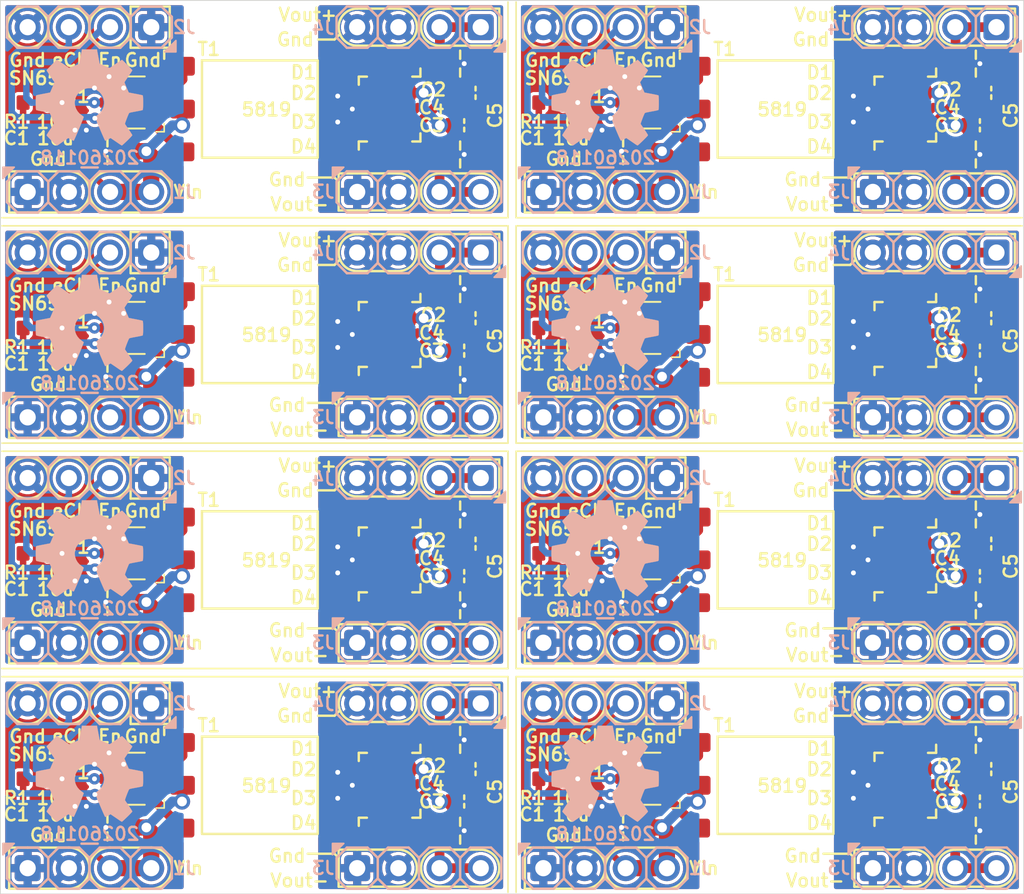
<source format=kicad_pcb>
(kicad_pcb (version 20241229) (generator "pcbnew") (generator_version "9.0")
  (layers (0 "F.Cu" mixed) (2 "B.Cu" mixed) (13 "F.Paste" user) (15 "B.Paste" user) (5 "F.SilkS" user "F.Silkscreen") (7 "B.SilkS" user "B.Silkscreen") (1 "F.Mask" user) (3 "B.Mask" user) (25 "Edge.Cuts" user))
  (net 0 "")
  (net 1 "GND")
  (net 2 "/VIN")
  (net 3 "/ExtClk")
  (net 4 "/Enable")
  (net 5 "/P1")
  (net 6 "/P2")
  (net 7 "/VOUT+")
  (net 8 "/VOUT-")
  (net 9 "Net-(D1-A)")
  (net 10 "Net-(D3-A)")
  (net 11 "GND1")
  (footprint "SquantorCapacitor:C_1206_0805" (layer "F.Cu") (at 80.15 57.3)
    (property "Reference" "C3")
    (property "Value" "10u")
  )
  (footprint "SquantorCapacitor:C_1206_0805" (layer "F.Cu") (at 48.35 23.9)
    (property "Reference" "C2")
    (property "Value" "10u")
  )
  (footprint "SquantorDiodes:SOD-323HE-shikues" (layer "F.Cu") (at 75.8 27.7 180)
    (property "Reference" "D3")
    (property "Value" "5819")
  )
  (footprint "SquantorCapacitor:C_1206_0805" (layer "F.Cu") (at 80.15 37.8)
    (property "Reference" "C2")
    (property "Value" "10u")
  )
  (footprint "SquantorCapacitor:C_1206_0805" (layer "F.Cu") (at 48.35 29.5)
    (property "Reference" "C3")
    (property "Value" "10u")
  )
  (footprint "SquantorCapacitor:C_0603" (layer "F.Cu") (at 49.3 25.7)
    (property "Reference" "C5")
    (property "Value" "1u")
  )
  (footprint "SquantorDiodes:SOD-323HE-shikues" (layer "F.Cu") (at 44 29.7)
    (property "Reference" "D4")
    (property "Value" "5819")
  )
  (footprint "SquantorCapacitor:C_1206_0805" (layer "F.Cu") (at 58.4 43.2)
    (property "Reference" "C1")
    (property "Value" "10u")
  )
  (footprint "SquantorDiodes:SOD-323HE-shikues" (layer "F.Cu") (at 44 43.6)
    (property "Reference" "D4")
    (property "Value" "5819")
  )
  (footprint "SquantorDiodes:SOD-323HE-shikues" (layer "F.Cu") (at 75.8 69.4 180)
    (property "Reference" "D3")
    (property "Value" "5819")
  )
  (footprint "SquantorResistor:R_0603_hand" (layer "F.Cu") (at 54.1 68)
    (property "Reference" "R1")
    (property "Value" "10K")
  )
  (footprint "SquantorDiodes:SOD-323HE-shikues" (layer "F.Cu") (at 75.8 41.6 180)
    (property "Reference" "D3")
    (property "Value" "5819")
  )
  (footprint "SquantorCapacitor:C_1206_0805" (layer "F.Cu") (at 26.6 43.2)
    (property "Reference" "C1")
    (property "Value" "10u")
  )
  (footprint "SquantorDiodes:SOD-323HE-shikues" (layer "F.Cu") (at 44 41.6 180)
    (property "Reference" "D3")
    (property "Value" "5819")
  )
  (footprint "SquantorResistor:R_0603_hand" (layer "F.Cu") (at 54.1 40.2)
    (property "Reference" "R1")
    (property "Value" "10K")
  )
  (footprint "SquantorIC:SOT23-6-TI" (layer "F.Cu") (at 28 40.2 180)
    (property "Reference" "U1")
    (property "Value" "SN6506A")
  )
  (footprint "SquantorDiodes:SOD-323HE-shikues" (layer "F.Cu") (at 44 27.7 180)
    (property "Reference" "D3")
    (property "Value" "5819")
  )
  (footprint "SquantorCapacitor:C_1206_0805" (layer "F.Cu") (at 80.15 51.7)
    (property "Reference" "C2")
    (property "Value" "10u")
  )
  (footprint "SquantorDiodes:SOD-323HE-shikues" (layer "F.Cu") (at 44 65.4 180)
    (property "Reference" "D1")
    (property "Value" "5819")
  )
  (footprint "SquantorDiodes:SOD-323HE-shikues" (layer "F.Cu") (at 44 57.5)
    (property "Reference" "D4")
    (property "Value" "5819")
  )
  (footprint "SquantorFangCheng:T-3_8W-6Pin_hand" (layer "F.Cu") (at 67.8 68.4)
    (property "Reference" "T1")
    (property "Value" "STR7040")
  )
  (footprint "SquantorDiodes:SOD-323HE-shikues" (layer "F.Cu") (at 75.8 25.7)
    (property "Reference" "D2")
    (property "Value" "5819")
  )
  (footprint "SquantorResistor:R_0603_hand" (layer "F.Cu") (at 22.3 26.3)
    (property "Reference" "R1")
    (property "Value" "10K")
  )
  (footprint "SquantorIC:SOT23-6-TI" (layer "F.Cu") (at 59.8 40.2 180)
    (property "Reference" "U1")
    (property "Value" "SN6506A")
  )
  (footprint "SquantorResistor:R_0603_hand" (layer "F.Cu") (at 54.1 54.1)
    (property "Reference" "R1")
    (property "Value" "10K")
  )
  (footprint "SquantorCapacitor:C_1206_0805" (layer "F.Cu") (at 80.15 65.6)
    (property "Reference" "C2")
    (property "Value" "10u")
  )
  (footprint "SquantorCapacitor:C_0603" (layer "F.Cu") (at 80.4 55.5)
    (property "Reference" "C4")
    (property "Value" "1u")
  )
  (footprint "SquantorDiodes:SOD-323HE-shikues" (layer "F.Cu") (at 44 71.4)
    (property "Reference" "D4")
    (property "Value" "5819")
  )
  (footprint "SquantorFangCheng:T-3_8W-6Pin_hand" (layer "F.Cu") (at 67.8 40.6)
    (property "Reference" "T1")
    (property "Value" "STR7040")
  )
  (footprint "SquantorFangCheng:T-3_8W-6Pin_hand" (layer "F.Cu") (at 36 26.7)
    (property "Reference" "T1")
    (property "Value" "STR7040")
  )
  (footprint "SquantorCapacitor:C_1206_0805" (layer "F.Cu") (at 26.6 57.1)
    (property "Reference" "C1")
    (property "Value" "10u")
  )
  (footprint "SquantorDiodes:SOD-323HE-shikues" (layer "F.Cu") (at 75.8 37.6 180)
    (property "Reference" "D1")
    (property "Value" "5819")
  )
  (footprint "SquantorDiodes:SOD-323HE-shikues" (layer "F.Cu") (at 75.8 29.7)
    (property "Reference" "D4")
    (property "Value" "5819")
  )
  (footprint "SquantorResistor:R_0603_hand" (layer "F.Cu") (at 54.1 26.3)
    (property "Reference" "R1")
    (property "Value" "10K")
  )
  (footprint "SquantorCapacitor:C_1206_0805" (layer "F.Cu") (at 80.15 29.5)
    (property "Reference" "C3")
    (property "Value" "10u")
  )
  (footprint "SquantorCapacitor:C_0603" (layer "F.Cu") (at 80.4 69.4)
    (property "Reference" "C4")
    (property "Value" "1u")
  )
  (footprint "SquantorFangCheng:T-3_8W-6Pin_hand" (layer "F.Cu") (at 67.8 54.5)
    (property "Reference" "T1")
    (property "Value" "STR7040")
  )
  (footprint "SquantorCapacitor:C_1206_0805" (layer "F.Cu") (at 48.35 37.8)
    (property "Reference" "C2")
    (property "Value" "10u")
  )
  (footprint "SquantorIC:SOT23-6-TI" (layer "F.Cu") (at 59.8 26.3 180)
    (property "Reference" "U1")
    (property "Value" "SN6506A")
  )
  (footprint "SquantorFangCheng:T-3_8W-6Pin_hand" (layer "F.Cu") (at 36 54.5)
    (property "Reference" "T1")
    (property "Value" "STR7040")
  )
  (footprint "SquantorCapacitor:C_1206_0805" (layer "F.Cu") (at 48.35 43.4)
    (property "Reference" "C3")
    (property "Value" "10u")
  )
  (footprint "SquantorCapacitor:C_1206_0805" (layer "F.Cu") (at 26.6 29.3)
    (property "Reference" "C1")
    (property "Value" "10u")
  )
  (footprint "SquantorCapacitor:C_0603" (layer "F.Cu") (at 81.1 25.7)
    (property "Reference" "C5")
    (property "Value" "1u")
  )
  (footprint "SquantorDiodes:SOD-323HE-shikues" (layer "F.Cu") (at 44 25.7)
    (property "Reference" "D2")
    (property "Value" "5819")
  )
  (footprint "SquantorDiodes:SOD-323HE-shikues" (layer "F.Cu") (at 75.8 67.4)
    (property "Reference" "D2")
    (property "Value" "5819")
  )
  (footprint "SquantorCapacitor:C_1206_0805" (layer "F.Cu") (at 48.35 57.3)
    (property "Reference" "C3")
    (property "Value" "10u")
  )
  (footprint "SquantorDiodes:SOD-323HE-shikues" (layer "F.Cu") (at 75.8 55.5 180)
    (property "Reference" "D3")
    (property "Value" "5819")
  )
  (footprint "SquantorDiodes:SOD-323HE-shikues" (layer "F.Cu") (at 75.8 57.5)
    (property "Reference" "D4")
    (property "Value" "5819")
  )
  (footprint "SquantorDiodes:SOD-323HE-shikues" (layer "F.Cu") (at 44 37.6 180)
    (property "Reference" "D1")
    (property "Value" "5819")
  )
  (footprint "SquantorIC:SOT23-6-TI" (layer "F.Cu") (at 59.8 54.1 180)
    (property "Reference" "U1")
    (property "Value" "SN6506A")
  )
  (footprint "SquantorFangCheng:T-3_8W-6Pin_hand" (layer "F.Cu") (at 36 40.6)
    (property "Reference" "T1")
    (property "Value" "STR7040")
  )
  (footprint "SquantorDiodes:SOD-323HE-shikues" (layer "F.Cu") (at 44 39.6)
    (property "Reference" "D2")
    (property "Value" "5819")
  )
  (footprint "SquantorCapacitor:C_0603" (layer "F.Cu") (at 48.6 41.6)
    (property "Reference" "C4")
    (property "Value" "1u")
  )
  (footprint "SquantorCapacitor:C_1206_0805" (layer "F.Cu") (at 58.4 71)
    (property "Reference" "C1")
    (property "Value" "10u")
  )
  (footprint "SquantorDiodes:SOD-323HE-shikues" (layer "F.Cu") (at 75.8 53.5)
    (property "Reference" "D2")
    (property "Value" "5819")
  )
  (footprint "SquantorCapacitor:C_0603" (layer "F.Cu") (at 49.3 39.6)
    (property "Reference" "C5")
    (property "Value" "1u")
  )
  (footprint "SquantorDiodes:SOD-323HE-shikues" (layer "F.Cu") (at 44 55.5 180)
    (property "Reference" "D3")
    (property "Value" "5819")
  )
  (footprint "SquantorCapacitor:C_1206_0805" (layer "F.Cu") (at 48.35 71.2)
    (property "Reference" "C3")
    (property "Value" "10u")
  )
  (footprint "SquantorCapacitor:C_1206_0805" (layer "F.Cu") (at 48.35 65.6)
    (property "Reference" "C2")
    (property "Value" "10u")
  )
  (footprint "SquantorDiodes:SOD-323HE-shikues" (layer "F.Cu") (at 75.8 51.5 180)
    (property "Reference" "D1")
    (property "Value" "5819")
  )
  (footprint "SquantorCapacitor:C_0603" (layer "F.Cu") (at 48.6 55.5)
    (property "Reference" "C4")
    (property "Value" "1u")
  )
  (footprint "SquantorFangCheng:T-3_8W-6Pin_hand" (layer "F.Cu") (at 67.8 26.7)
    (property "Reference" "T1")
    (property "Value" "STR7040")
  )
  (footprint "SquantorCapacitor:C_1206_0805" (layer "F.Cu") (at 26.6 71)
    (property "Reference" "C1")
    (property "Value" "10u")
  )
  (footprint "SquantorCapacitor:C_0603" (layer "F.Cu") (at 48.6 69.4)
    (property "Reference" "C4")
    (property "Value" "1u")
  )
  (footprint "SquantorDiodes:SOD-323HE-shikues" (layer "F.Cu") (at 44 69.4 180)
    (property "Reference" "D3")
    (property "Value" "5819")
  )
  (footprint "SquantorCapacitor:C_0603" (layer "F.Cu") (at 81.1 39.6)
    (property "Reference" "C5")
    (property "Value" "1u")
  )
  (footprint "SquantorCapacitor:C_0603" (layer "F.Cu") (at 49.3 53.5)
    (property "Reference" "C5")
    (property "Value" "1u")
  )
  (footprint "SquantorIC:SOT23-6-TI" (layer "F.Cu") (at 28 54.1 180)
    (property "Reference" "U1")
    (property "Value" "SN6506A")
  )
  (footprint "SquantorDiodes:SOD-323HE-shikues" (layer "F.Cu") (at 75.8 65.4 180)
    (property "Reference" "D1")
    (property "Value" "5819")
  )
  (footprint "SquantorFangCheng:T-3_8W-6Pin_hand" (layer "F.Cu") (at 36 68.4)
    (property "Reference" "T1")
    (property "Value" "STR7040")
  )
  (footprint "SquantorCapacitor:C_0603" (layer "F.Cu") (at 49.3 67.4)
    (property "Reference" "C5")
    (property "Value" "1u")
  )
  (footprint "SquantorCapacitor:C_1206_0805" (layer "F.Cu") (at 80.15 23.9)
    (property "Reference" "C2")
    (property "Value" "10u")
  )
  (footprint "SquantorCapacitor:C_0603" (layer "F.Cu") (at 48.6 27.7)
    (property "Reference" "C4")
    (property "Value" "1u")
  )
  (footprint "SquantorDiodes:SOD-323HE-shikues" (layer "F.Cu") (at 75.8 43.6)
    (property "Reference" "D4")
    (property "Value" "5819")
  )
  (footprint "SquantorResistor:R_0603_hand" (layer "F.Cu") (at 22.3 40.2)
    (property "Reference" "R1")
    (property "Value" "10K")
  )
  (footprint "SquantorCapacitor:C_1206_0805" (layer "F.Cu") (at 58.4 57.1)
    (property "Reference" "C1")
    (property "Value" "10u")
  )
  (footprint "SquantorCapacitor:C_0603" (layer "F.Cu") (at 81.1 67.4)
    (property "Reference" "C5")
    (property "Value" "1u")
  )
  (footprint "SquantorDiodes:SOD-323HE-shikues" (layer "F.Cu") (at 44 53.5)
    (property "Reference" "D2")
    (property "Value" "5819")
  )
  (footprint "SquantorDiodes:SOD-323HE-shikues" (layer "F.Cu") (at 75.8 71.4)
    (property "Reference" "D4")
    (property "Value" "5819")
  )
  (footprint "SquantorDiodes:SOD-323HE-shikues" (layer "F.Cu") (at 75.8 39.6)
    (property "Reference" "D2")
    (property "Value" "5819")
  )
  (footprint "SquantorDiodes:SOD-323HE-shikues" (layer "F.Cu") (at 44 67.4)
    (property "Reference" "D2")
    (property "Value" "5819")
  )
  (footprint "SquantorCapacitor:C_1206_0805" (layer "F.Cu") (at 80.15 71.2)
    (property "Reference" "C3")
    (property "Value" "10u")
  )
  (footprint "SquantorCapacitor:C_1206_0805" (layer "F.Cu") (at 58.4 29.3)
    (property "Reference" "C1")
    (property "Value" "10u")
  )
  (footprint "SquantorIC:SOT23-6-TI" (layer "F.Cu") (at 28 68 180)
    (property "Reference" "U1")
    (property "Value" "SN6506A")
  )
  (footprint "SquantorResistor:R_0603_hand" (layer "F.Cu") (at 22.3 68)
    (property "Reference" "R1")
    (property "Value" "10K")
  )
  (footprint "SquantorDiodes:SOD-323HE-shikues" (layer "F.Cu") (at 44 23.7 180)
    (property "Reference" "D1")
    (property "Value" "5819")
  )
  (footprint "SquantorCapacitor:C_0603" (layer "F.Cu") (at 80.4 41.6)
    (property "Reference" "C4")
    (property "Value" "1u")
  )
  (footprint "SquantorIC:SOT23-6-TI" (layer "F.Cu") (at 28 26.3 180)
    (property "Reference" "U1")
    (property "Value" "SN6506A")
  )
  (footprint "SquantorCapacitor:C_1206_0805" (layer "F.Cu") (at 80.15 43.4)
    (property "Reference" "C3")
    (property "Value" "10u")
  )
  (footprint "SquantorResistor:R_0603_hand" (layer "F.Cu") (at 22.3 54.1)
    (property "Reference" "R1")
    (property "Value" "10K")
  )
  (footprint "SquantorIC:SOT23-6-TI" (layer "F.Cu") (at 59.8 68 180)
    (property "Reference" "U1")
    (property "Value" "SN6506A")
  )
  (footprint "SquantorCapacitor:C_0603" (layer "F.Cu") (at 80.4 27.7)
    (property "Reference" "C4")
    (property "Value" "1u")
  )
  (footprint "SquantorDiodes:SOD-323HE-shikues" (layer "F.Cu") (at 44 51.5 180)
    (property "Reference" "D1")
    (property "Value" "5819")
  )
  (footprint "SquantorCapacitor:C_0603" (layer "F.Cu") (at 81.1 53.5)
    (property "Reference" "C5")
    (property "Value" "1u")
  )
  (footprint "SquantorCapacitor:C_1206_0805" (layer "F.Cu") (at 48.35 51.7)
    (property "Reference" "C2")
    (property "Value" "10u")
  )
  (footprint "SquantorDiodes:SOD-323HE-shikues" (layer "F.Cu") (at 75.8 23.7 180)
    (property "Reference" "D1")
    (property "Value" "5819")
  )
  (footprint "SquantorLabels:Label_Generic" (layer "B.Cu") (at 25.5 29.7 180)
    (property "Reference" "N1" (hide yes))
    (property "Value" "20260118")
  )
  (footprint "Symbol:OSHW-Symbol_6.7x6mm_SilkScreen" (layer "B.Cu") (at 25.5 26 180)
    (property "Reference" "N2" (hide yes))
    (property "Value" "OHWLOGO" (hide yes))
  )
  (footprint "SquantorConnectors:Header-0254-1X04-H010" (layer "B.Cu") (at 57.29 35.55 180)
    (property "Reference" "J2")
    (property "Value" "Conn_01x04")
  )
  (footprint "SquantorConnectors:Header-0254-1X04-H010" (layer "B.Cu") (at 45.81 63.35 180)
    (property "Reference" "J4")
    (property "Value" "Conn_01x04")
  )
  (footprint "SquantorConnectors:Header-0254-1X04-H010" (layer "B.Cu") (at 25.49 63.35 180)
    (property "Reference" "J2")
    (property "Value" "Conn_01x04")
  )
  (footprint "SquantorConnectors:Header-0254-1X04-H010" (layer "B.Cu") (at 45.81 31.81)
    (property "Reference" "J3")
    (property "Value" "Conn_01x04")
  )
  (footprint "Symbol:OSHW-Symbol_6.7x6mm_SilkScreen" (layer "B.Cu") (at 57.3 39.9 180)
    (property "Reference" "N2" (hide yes))
    (property "Value" "OHWLOGO" (hide yes))
  )
  (footprint "SquantorConnectors:Header-0254-1X04-H010" (layer "B.Cu") (at 57.29 49.45 180)
    (property "Reference" "J2")
    (property "Value" "Conn_01x04")
  )
  (footprint "Symbol:OSHW-Symbol_6.7x6mm_SilkScreen" (layer "B.Cu") (at 57.3 26 180)
    (property "Reference" "N2" (hide yes))
    (property "Value" "OHWLOGO" (hide yes))
  )
  (footprint "SquantorConnectors:Header-0254-1X04-H010" (layer "B.Cu") (at 57.29 73.51)
    (property "Reference" "J1")
    (property "Value" "Conn_01x04")
  )
  (footprint "SquantorConnectors:Header-0254-1X04-H010" (layer "B.Cu") (at 45.81 35.55 180)
    (property "Reference" "J4")
    (property "Value" "Conn_01x04")
  )
  (footprint "SquantorConnectors:Header-0254-1X04-H010" (layer "B.Cu") (at 77.61 45.71)
    (property "Reference" "J3")
    (property "Value" "Conn_01x04")
  )
  (footprint "SquantorLabels:Label_Generic" (layer "B.Cu") (at 57.3 57.5 180)
    (property "Reference" "N1" (hide yes))
    (property "Value" "20260118")
  )
  (footprint "SquantorConnectors:Header-0254-1X04-H010" (layer "B.Cu") (at 77.61 63.35 180)
    (property "Reference" "J4")
    (property "Value" "Conn_01x04")
  )
  (footprint "SquantorConnectors:Header-0254-1X04-H010" (layer "B.Cu") (at 25.49 45.71)
    (property "Reference" "J1")
    (property "Value" "Conn_01x04")
  )
  (footprint "SquantorConnectors:Header-0254-1X04-H010" (layer "B.Cu") (at 25.49 21.65 180)
    (property "Reference" "J2")
    (property "Value" "Conn_01x04")
  )
  (footprint "SquantorConnectors:Header-0254-1X04-H010" (layer "B.Cu") (at 45.81 45.71)
    (property "Reference" "J3")
    (property "Value" "Conn_01x04")
  )
  (footprint "SquantorConnectors:Header-0254-1X04-H010" (layer "B.Cu") (at 25.49 73.51)
    (property "Reference" "J1")
    (property "Value" "Conn_01x04")
  )
  (footprint "SquantorConnectors:Header-0254-1X04-H010" (layer "B.Cu") (at 25.49 49.45 180)
    (property "Reference" "J2")
    (property "Value" "Conn_01x04")
  )
  (footprint "SquantorLabels:Label_Generic" (layer "B.Cu") (at 25.5 57.5 180)
    (property "Reference" "N1" (hide yes))
    (property "Value" "20260118")
  )
  (footprint "SquantorLabels:Label_Generic" (layer "B.Cu") (at 57.3 71.4 180)
    (property "Reference" "N1" (hide yes))
    (property "Value" "20260118")
  )
  (footprint "SquantorConnectors:Header-0254-1X04-H010" (layer "B.Cu") (at 25.49 31.81)
    (property "Reference" "J1")
    (property "Value" "Conn_01x04")
  )
  (footprint "SquantorConnectors:Header-0254-1X04-H010" (layer "B.Cu") (at 57.29 59.61)
    (property "Reference" "J1")
    (property "Value" "Conn_01x04")
  )
  (footprint "SquantorConnectors:Header-0254-1X04-H010" (layer "B.Cu") (at 57.29 31.81)
    (property "Reference" "J1")
    (property "Value" "Conn_01x04")
  )
  (footprint "SquantorConnectors:Header-0254-1X04-H010" (layer "B.Cu") (at 77.61 49.45 180)
    (property "Reference" "J4")
    (property "Value" "Conn_01x04")
  )
  (footprint "Symbol:OSHW-Symbol_6.7x6mm_SilkScreen" (layer "B.Cu") (at 57.3 53.8 180)
    (property "Reference" "N2" (hide yes))
    (property "Value" "OHWLOGO" (hide yes))
  )
  (footprint "SquantorConnectors:Header-0254-1X04-H010" (layer "B.Cu") (at 77.61 59.61)
    (property "Reference" "J3")
    (property "Value" "Conn_01x04")
  )
  (footprint "SquantorConnectors:Header-0254-1X04-H010" (layer "B.Cu") (at 45.81 21.65 180)
    (property "Reference" "J4")
    (property "Value" "Conn_01x04")
  )
  (footprint "Symbol:OSHW-Symbol_6.7x6mm_SilkScreen" (layer "B.Cu") (at 57.3 67.7 180)
    (property "Reference" "N2" (hide yes))
    (property "Value" "OHWLOGO" (hide yes))
  )
  (footprint "SquantorConnectors:Header-0254-1X04-H010" (layer "B.Cu") (at 57.29 45.71)
    (property "Reference" "J1")
    (property "Value" "Conn_01x04")
  )
  (footprint "SquantorLabels:Label_Generic" (layer "B.Cu") (at 25.5 71.4 180)
    (property "Reference" "N1" (hide yes))
    (property "Value" "20260118")
  )
  (footprint "SquantorConnectors:Header-0254-1X04-H010" (layer "B.Cu") (at 77.61 35.55 180)
    (property "Reference" "J4")
    (property "Value" "Conn_01x04")
  )
  (footprint "SquantorLabels:Label_Generic" (layer "B.Cu") (at 57.3 43.6 180)
    (property "Reference" "N1" (hide yes))
    (property "Value" "20260118")
  )
  (footprint "SquantorConnectors:Header-0254-1X04-H010" (layer "B.Cu") (at 45.81 49.45 180)
    (property "Reference" "J4")
    (property "Value" "Conn_01x04")
  )
  (footprint "SquantorLabels:Label_Generic" (layer "B.Cu") (at 57.3 29.7 180)
    (property "Reference" "N1" (hide yes))
    (property "Value" "20260118")
  )
  (footprint "SquantorConnectors:Header-0254-1X04-H010" (layer "B.Cu") (at 77.61 21.65 180)
    (property "Reference" "J4")
    (property "Value" "Conn_01x04")
  )
  (footprint "SquantorLabels:Label_Generic" (layer "B.Cu") (at 25.5 43.6 180)
    (property "Reference" "N1" (hide yes))
    (property "Value" "20260118")
  )
  (footprint "SquantorConnectors:Header-0254-1X04-H010" (layer "B.Cu") (at 77.61 73.51)
    (property "Reference" "J3")
    (property "Value" "Conn_01x04")
  )
  (footprint "SquantorConnectors:Header-0254-1X04-H010" (layer "B.Cu") (at 57.29 21.65 180)
    (property "Reference" "J2")
    (property "Value" "Conn_01x04")
  )
  (footprint "SquantorConnectors:Header-0254-1X04-H010" (layer "B.Cu") (at 57.29 63.35 180)
    (property "Reference" "J2")
    (property "Value" "Conn_01x04")
  )
  (footprint "SquantorConnectors:Header-0254-1X04-H010" (layer "B.Cu") (at 25.49 35.55 180)
    (property "Reference" "J2")
    (property "Value" "Conn_01x04")
  )
  (footprint "SquantorConnectors:Header-0254-1X04-H010" (layer "B.Cu") (at 25.49 59.61)
    (property "Reference" "J1")
    (property "Value" "Conn_01x04")
  )
  (footprint "Symbol:OSHW-Symbol_6.7x6mm_SilkScreen" (layer "B.Cu") (at 25.5 53.8 180)
    (property "Reference" "N2" (hide yes))
    (property "Value" "OHWLOGO" (hide yes))
  )
  (footprint "Symbol:OSHW-Symbol_6.7x6mm_SilkScreen" (layer "B.Cu") (at 25.5 39.9 180)
    (property "Reference" "N2" (hide yes))
    (property "Value" "OHWLOGO" (hide yes))
  )
  (footprint "Symbol:OSHW-Symbol_6.7x6mm_SilkScreen" (layer "B.Cu") (at 25.5 67.7 180)
    (property "Reference" "N2" (hide yes))
    (property "Value" "OHWLOGO" (hide yes))
  )
  (footprint "SquantorConnectors:Header-0254-1X04-H010" (layer "B.Cu") (at 45.81 73.51)
    (property "Reference" "J3")
    (property "Value" "Conn_01x04")
  )
  (footprint "SquantorConnectors:Header-0254-1X04-H010" (layer "B.Cu") (at 77.61 31.81)
    (property "Reference" "J3")
    (property "Value" "Conn_01x04")
  )
  (footprint "SquantorConnectors:Header-0254-1X04-H010" (layer "B.Cu") (at 45.81 59.61)
    (property "Reference" "J3")
    (property "Value" "Conn_01x04")
  )
  (gr_arc (start 44.54 44.567) (mid 45.683 45.71) (end 44.54 46.853) (stroke (width 0.15)) (layer "F.SilkS"))
  (gr_line (start 20.537 30.54) (end 20.537 33.08) (stroke (width 0.15)) (layer "F.SilkS"))
  (gr_arc (start 78.88 74.653) (mid 77.737 73.51) (end 78.88 72.367) (stroke (width 0.15)) (layer "F.SilkS"))
  (gr_circle (center 26.76 63.35) (end 28.03 63.35) (stroke (width 0.15)) (fill no) (layer "F.SilkS"))
  (gr_line (start 42 58.467) (end 40.857 58.467) (stroke (width 0.15)) (layer "F.SilkS"))
  (gr_line (start 56.02 44.44) (end 53.48 44.44) (stroke (width 0.15)) (layer "F.SilkS"))
  (gr_line (start 44.54 34.407) (end 42 34.407) (stroke (width 0.15)) (layer "F.SilkS"))
  (gr_line (start 30.443 20.38) (end 30.443 22.92) (stroke (width 0.15)) (layer "F.SilkS"))
  (gr_line (start 76.34 58.467) (end 73.8 58.467) (stroke (width 0.15)) (layer "F.SilkS"))
  (gr_line (start 38.952 30.921) (end 40.603 30.921) (stroke (width 0.15)) (layer "F.SilkS"))
  (gr_line (start 73.8 22.793) (end 76.34 22.793) (stroke (width 0.15)) (layer "F.SilkS"))
  (gr_line (start 42 60.753) (end 44.54 60.753) (stroke (width 0.15)) (layer "F.SilkS"))
  (gr_line (start 40.857 44.567) (end 40.857 46.853) (stroke (width 0.15)) (layer "F.SilkS"))
  (gr_line (start 49.62 62.207) (end 50.763 62.207) (stroke (width 0.15)) (layer "F.SilkS"))
  (gr_arc (start 47.08 32.953) (mid 45.937 31.81) (end 47.08 30.667) (stroke (width 0.15)) (layer "F.SilkS"))
  (gr_line (start 83 47.8) (end 51.8 47.8) (stroke (width 0.1)) (layer "F.SilkS"))
  (gr_line (start 49.62 58.467) (end 47.08 58.467) (stroke (width 0.15)) (layer "F.SilkS"))
  (gr_line (start 49.62 72.367) (end 47.08 72.367) (stroke (width 0.15)) (layer "F.SilkS"))
  (gr_arc (start 47.08 60.753) (mid 45.937 59.61) (end 47.08 58.467) (stroke (width 0.15)) (layer "F.SilkS"))
  (gr_line (start 81.42 20.507) (end 78.88 20.507) (stroke (width 0.15)) (layer "F.SilkS"))
  (gr_arc (start 78.88 60.753) (mid 77.737 59.61) (end 78.88 58.467) (stroke (width 0.15)) (layer "F.SilkS"))
  (gr_line (start 24.22 72.24) (end 21.68 72.24) (stroke (width 0.15)) (layer "F.SilkS"))
  (gr_line (start 72.403 22.412) (end 72.739252 22.075748) (stroke (width 0.15)) (layer "F.SilkS"))
  (gr_line (start 50.763 50.593) (end 49.62 50.593) (stroke (width 0.15)) (layer "F.SilkS"))
  (gr_line (start 51.8 61.2) (end 83 61.2) (stroke (width 0.1)) (layer "F.SilkS"))
  (gr_line (start 21.68 30.54) (end 20.537 30.54) (stroke (width 0.15)) (layer "F.SilkS"))
  (gr_line (start 24.22 46.98) (end 21.68 46.98) (stroke (width 0.15)) (layer "F.SilkS"))
  (gr_circle (center 58.56 21.65) (end 59.83 21.65) (stroke (width 0.15)) (fill no) (layer "F.SilkS"))
  (gr_line (start 21.68 72.24) (end 20.537 72.24) (stroke (width 0.15)) (layer "F.SilkS"))
  (gr_line (start 82.563 48.307) (end 82.563 50.593) (stroke (width 0.15)) (layer "F.SilkS"))
  (gr_line (start 72.657 58.467) (end 72.657 60.753) (stroke (width 0.15)) (layer "F.SilkS"))
  (gr_line (start 51.3 33.9) (end 20.1 33.9) (stroke (width 0.1)) (layer "F.SilkS"))
  (gr_line (start 53.48 44.44) (end 52.337 44.44) (stroke (width 0.15)) (layer "F.SilkS"))
  (gr_line (start 81.42 34.407) (end 82.563 34.407) (stroke (width 0.15)) (layer "F.SilkS"))
  (gr_line (start 50.763 48.307) (end 50.763 50.593) (stroke (width 0.15)) (layer "F.SilkS"))
  (gr_line (start 59.83 48.18) (end 62.243 48.18) (stroke (width 0.15)) (layer "F.SilkS"))
  (gr_line (start 61.1 30.54) (end 58.56 30.54) (stroke (width 0.15)) (layer "F.SilkS"))
  (gr_arc (start 44.54 34.407) (mid 45.683 35.55) (end 44.54 36.693) (stroke (width 0.15)) (layer "F.SilkS"))
  (gr_line (start 76.34 20.507) (end 73.8 20.507) (stroke (width 0.15)) (layer "F.SilkS"))
  (gr_line (start 62.243 48.18) (end 62.243 50.72) (stroke (width 0.15)) (layer "F.SilkS"))
  (gr_line (start 56.02 58.34) (end 53.48 58.34) (stroke (width 0.15)) (layer "F.SilkS"))
  (gr_line (start 71.387 64.112) (end 72.403 64.112) (stroke (width 0.15)) (layer "F.SilkS"))
  (gr_line (start 28.03 48.18) (end 30.443 48.18) (stroke (width 0.15)) (layer "F.SilkS"))
  (gr_line (start 82.563 64.493) (end 81.42 64.493) (stroke (width 0.15)) (layer "F.SilkS"))
  (gr_line (start 72.657 46.853) (end 73.8 46.853) (stroke (width 0.15)) (layer "F.SilkS"))
  (gr_line (start 81.42 20.507) (end 82.563 20.507) (stroke (width 0.15)) (layer "F.SilkS"))
  (gr_line (start 71.387 36.312) (end 72.403 36.312) (stroke (width 0.15)) (layer "F.SilkS"))
  (gr_line (start 53.48 58.34) (end 52.337 58.34) (stroke (width 0.15)) (layer "F.SilkS"))
  (gr_line (start 29.3 44.44) (end 26.76 44.44) (stroke (width 0.15)) (layer "F.SilkS"))
  (gr_line (start 52.337 58.34) (end 52.337 60.88) (stroke (width 0.15)) (layer "F.SilkS"))
  (gr_line (start 28.03 20.38) (end 28.03 22.92) (stroke (width 0.15)) (layer "F.SilkS"))
  (gr_arc (start 61.1 72.24) (mid 62.37 73.51) (end 61.1 74.78) (stroke (width 0.15)) (layer "F.SilkS"))
  (gr_line (start 40.603 44.821) (end 40.857 45.075) (stroke (width 0.15)) (layer "F.SilkS"))
  (gr_line (start 81.42 58.467) (end 78.88 58.467) (stroke (width 0.15)) (layer "F.SilkS"))
  (gr_line (start 51.3 75) (end 51.3 61.7) (stroke (width 0.1)) (layer "F.SilkS"))
  (gr_circle (center 56.02 63.35) (end 57.29 63.35) (stroke (width 0.15)) (fill no) (layer "F.SilkS"))
  (gr_arc (start 49.62 72.367) (mid 50.763 73.51) (end 49.62 74.653) (stroke (width 0.15)) (layer "F.SilkS"))
  (gr_line (start 42 30.667) (end 40.857 30.667) (stroke (width 0.15)) (layer "F.SilkS"))
  (gr_line (start 61.1 58.34) (end 58.56 58.34) (stroke (width 0.15)) (layer "F.SilkS"))
  (gr_line (start 50.763 64.493) (end 49.62 64.493) (stroke (width 0.15)) (layer "F.SilkS"))
  (gr_arc (start 26.76 33.08) (mid 25.49 31.81) (end 26.76 30.54) (stroke (width 0.15)) (layer "F.SilkS"))
  (gr_line (start 28.03 20.38) (end 30.443 20.38) (stroke (width 0.15)) (layer "F.SilkS"))
  (gr_line (start 59.83 34.28) (end 59.83 36.82) (stroke (width 0.15)) (layer "F.SilkS"))
  (gr_line (start 49.62 48.307) (end 47.08 48.307) (stroke (width 0.15)) (layer "F.SilkS"))
  (gr_line (start 81.42 30.667) (end 78.88 30.667) (stroke (width 0.15)) (layer "F.SilkS"))
  (gr_line (start 47.08 60.753) (end 49.62 60.753) (stroke (width 0.15)) (layer "F.SilkS"))
  (gr_line (start 72.657 72.367) (end 72.657 74.653) (stroke (width 0.15)) (layer "F.SilkS"))
  (gr_line (start 42 22.793) (end 44.54 22.793) (stroke (width 0.15)) (layer "F.SilkS"))
  (gr_arc (start 78.88 46.853) (mid 77.737 45.71) (end 78.88 44.567) (stroke (width 0.15)) (layer "F.SilkS"))
  (gr_line (start 44.54 48.307) (end 42 48.307) (stroke (width 0.15)) (layer "F.SilkS"))
  (gr_arc (start 47.08 64.493) (mid 45.937 63.35) (end 47.08 62.207) (stroke (width 0.15)) (layer "F.SilkS"))
  (gr_line (start 72.403 64.112) (end 72.739252 63.775748) (stroke (width 0.15)) (layer "F.SilkS"))
  (gr_line (start 59.83 62.08) (end 62.243 62.08) (stroke (width 0.15)) (layer "F.SilkS"))
  (gr_arc (start 81.42 44.567) (mid 82.563 45.71) (end 81.42 46.853) (stroke (width 0.15)) (layer "F.SilkS"))
  (gr_line (start 28.03 62.08) (end 30.443 62.08) (stroke (width 0.15)) (layer "F.SilkS"))
  (gr_arc (start 81.42 30.667) (mid 82.563 31.81) (end 81.42 32.953) (stroke (width 0.15)) (layer "F.SilkS"))
  (gr_arc (start 58.56 60.88) (mid 57.29 59.61) (end 58.56 58.34) (stroke (width 0.15)) (layer "F.SilkS"))
  (gr_line (start 82.563 34.407) (end 82.563 36.693) (stroke (width 0.15)) (layer "F.SilkS"))
  (gr_line (start 59.83 48.18) (end 59.83 50.72) (stroke (width 0.15)) (layer "F.SilkS"))
  (gr_line (start 73.8 64.493) (end 76.34 64.493) (stroke (width 0.15)) (layer "F.SilkS"))
  (gr_line (start 72.403 50.212) (end 72.739252 49.875748) (stroke (width 0.15)) (layer "F.SilkS"))
  (gr_line (start 83 61.7) (end 51.8 61.7) (stroke (width 0.1)) (layer "F.SilkS"))
  (gr_arc (start 81.42 72.367) (mid 82.563 73.51) (end 81.42 74.653) (stroke (width 0.15)) (layer "F.SilkS"))
  (gr_line (start 70.752 30.921) (end 72.403 30.921) (stroke (width 0.15)) (layer "F.SilkS"))
  (gr_line (start 70.752 58.721) (end 72.403 58.721) (stroke (width 0.15)) (layer "F.SilkS"))
  (gr_line (start 50.763 20.507) (end 50.763 22.793) (stroke (width 0.15)) (layer "F.SilkS"))
  (gr_line (start 29.3 60.88) (end 26.76 60.88) (stroke (width 0.15)) (layer "F.SilkS"))
  (gr_line (start 81.42 48.307) (end 78.88 48.307) (stroke (width 0.15)) (layer "F.SilkS"))
  (gr_arc (start 76.34 58.467) (mid 77.483 59.61) (end 76.34 60.753) (stroke (width 0.15)) (layer "F.SilkS"))
  (gr_line (start 28.03 62.08) (end 28.03 64.62) (stroke (width 0.15)) (layer "F.SilkS"))
  (gr_line (start 56.02 33.08) (end 53.48 33.08) (stroke (width 0.15)) (layer "F.SilkS"))
  (gr_line (start 82.563 62.207) (end 82.563 64.493) (stroke (width 0.15)) (layer "F.SilkS"))
  (gr_line (start 73.8 44.567) (end 72.657 44.567) (stroke (width 0.15)) (layer "F.SilkS"))
  (gr_line (start 40.603 30.921) (end 40.857 31.175) (stroke (width 0.15)) (layer "F.SilkS"))
  (gr_line (start 76.34 34.407) (end 73.8 34.407) (stroke (width 0.15)) (layer "F.SilkS"))
  (gr_arc (start 44.54 20.507) (mid 45.683 21.65) (end 44.54 22.793) (stroke (width 0.15)) (layer "F.SilkS"))
  (gr_line (start 42 74.653) (end 44.54 74.653) (stroke (width 0.15)) (layer "F.SilkS"))
  (gr_line (start 20.1 33.4) (end 51.3 33.4) (stroke (width 0.1)) (layer "F.SilkS"))
  (gr_arc (start 44.54 62.207) (mid 45.683 63.35) (end 44.54 64.493) (stroke (width 0.15)) (layer "F.SilkS"))
  (gr_arc (start 58.56 74.78) (mid 57.29 73.51) (end 58.56 72.24) (stroke (width 0.15)) (layer "F.SilkS"))
  (gr_line (start 76.34 72.367) (end 73.8 72.367) (stroke (width 0.15)) (layer "F.SilkS"))
  (gr_line (start 61.1 46.98) (end 58.56 46.98) (stroke (width 0.15)) (layer "F.SilkS"))
  (gr_line (start 44.54 72.367) (end 42 72.367) (stroke (width 0.15)) (layer "F.SilkS"))
  (gr_circle (center 53.48 49.45) (end 54.75 49.45) (stroke (width 0.15)) (fill no) (layer "F.SilkS"))
  (gr_line (start 73.8 46.853) (end 76.34 46.853) (stroke (width 0.15)) (layer "F.SilkS"))
  (gr_line (start 50.763 36.693) (end 49.62 36.693) (stroke (width 0.15)) (layer "F.SilkS"))
  (gr_line (start 30.443 48.18) (end 30.443 50.72) (stroke (width 0.15)) (layer "F.SilkS"))
  (gr_line (start 72.657 30.667) (end 72.657 32.953) (stroke (width 0.15)) (layer "F.SilkS"))
  (gr_line (start 78.88 22.793) (end 81.42 22.793) (stroke (width 0.15)) (layer "F.SilkS"))
  (gr_arc (start 61.1 58.34) (mid 62.37 59.61) (end 61.1 60.88) (stroke (width 0.15)) (layer "F.SilkS"))
  (gr_line (start 40.857 30.667) (end 40.857 32.953) (stroke (width 0.15)) (layer "F.SilkS"))
  (gr_line (start 30.443 36.82) (end 28.03 36.82) (stroke (width 0.15)) (layer "F.SilkS"))
  (gr_line (start 70.752 72.621) (end 72.403 72.621) (stroke (width 0.15)) (layer "F.SilkS"))
  (gr_line (start 40.603 36.312) (end 40.939252 35.975748) (stroke (width 0.15)) (layer "F.SilkS"))
  (gr_line (start 47.08 46.853) (end 49.62 46.853) (stroke (width 0.15)) (layer "F.SilkS"))
  (gr_line (start 49.62 20.507) (end 47.08 20.507) (stroke (width 0.15)) (layer "F.SilkS"))
  (gr_line (start 62.243 20.38) (end 62.243 22.92) (stroke (width 0.15)) (layer "F.SilkS"))
  (gr_circle (center 21.68 35.55) (end 22.95 35.55) (stroke (width 0.15)) (fill no) (layer "F.SilkS"))
  (gr_circle (center 24.22 21.65) (end 25.49 21.65) (stroke (width 0.15)) (fill no) (layer "F.SilkS"))
  (gr_line (start 82.563 20.507) (end 82.563 22.793) (stroke (width 0.15)) (layer "F.SilkS"))
  (gr_line (start 40.857 74.653) (end 42 74.653) (stroke (width 0.15)) (layer "F.SilkS"))
  (gr_circle (center 58.56 49.45) (end 59.83 49.45) (stroke (width 0.15)) (fill no) (layer "F.SilkS"))
  (gr_line (start 52.337 74.78) (end 53.48 74.78) (stroke (width 0.15)) (layer "F.SilkS"))
  (gr_line (start 73.8 58.467) (end 72.657 58.467) (stroke (width 0.15)) (layer "F.SilkS"))
  (gr_line (start 81.42 72.367) (end 78.88 72.367) (stroke (width 0.15)) (layer "F.SilkS"))
  (gr_line (start 61.1 60.88) (end 58.56 60.88) (stroke (width 0.15)) (layer "F.SilkS"))
  (gr_line (start 20.537 60.88) (end 21.68 60.88) (stroke (width 0.15)) (layer "F.SilkS"))
  (gr_arc (start 76.34 20.507) (mid 77.483 21.65) (end 76.34 22.793) (stroke (width 0.15)) (layer "F.SilkS"))
  (gr_line (start 20.537 72.24) (end 20.537 74.78) (stroke (width 0.15)) (layer "F.SilkS"))
  (gr_line (start 40.603 72.621) (end 40.857 72.875) (stroke (width 0.15)) (layer "F.SilkS"))
  (gr_line (start 82.563 50.593) (end 81.42 50.593) (stroke (width 0.15)) (layer "F.SilkS"))
  (gr_line (start 62.243 64.62) (end 59.83 64.62) (stroke (width 0.15)) (layer "F.SilkS"))
  (gr_line (start 56.02 72.24) (end 53.48 72.24) (stroke (width 0.15)) (layer "F.SilkS"))
  (gr_line (start 49.62 30.667) (end 47.08 30.667) (stroke (width 0.15)) (layer "F.SilkS"))
  (gr_line (start 20.1 61.2) (end 51.3 61.2) (stroke (width 0.1)) (layer "F.SilkS"))
  (gr_line (start 24.22 74.78) (end 21.68 74.78) (stroke (width 0.15)) (layer "F.SilkS"))
  (gr_line (start 82.563 36.693) (end 81.42 36.693) (stroke (width 0.15)) (layer "F.SilkS"))
  (gr_line (start 20.537 33.08) (end 21.68 33.08) (stroke (width 0.15)) (layer "F.SilkS"))
  (gr_line (start 81.42 44.567) (end 78.88 44.567) (stroke (width 0.15)) (layer "F.SilkS"))
  (gr_line (start 82.563 22.793) (end 81.42 22.793) (stroke (width 0.15)) (layer "F.SilkS"))
  (gr_line (start 20.537 44.44) (end 20.537 46.98) (stroke (width 0.15)) (layer "F.SilkS"))
  (gr_line (start 28.03 34.28) (end 30.443 34.28) (stroke (width 0.15)) (layer "F.SilkS"))
  (gr_line (start 47.08 64.493) (end 49.62 64.493) (stroke (width 0.15)) (layer "F.SilkS"))
  (gr_line (start 51.3 47.3) (end 51.3 33.9) (stroke (width 0.1)) (layer "F.SilkS"))
  (gr_arc (start 76.34 44.567) (mid 77.483 45.71) (end 76.34 46.853) (stroke (width 0.15)) (layer "F.SilkS"))
  (gr_arc (start 42 22.793) (mid 40.857 21.65) (end 42 20.507) (stroke (width 0.15)) (layer "F.SilkS"))
  (gr_arc (start 24.22 44.44) (mid 25.49 45.71) (end 24.22 46.98) (stroke (width 0.15)) (layer "F.SilkS"))
  (gr_arc (start 76.34 72.367) (mid 77.483 73.51) (end 76.34 74.653) (stroke (width 0.15)) (layer "F.SilkS"))
  (gr_arc (start 58.56 46.98) (mid 57.29 45.71) (end 58.56 44.44) (stroke (width 0.15)) (layer "F.SilkS"))
  (gr_line (start 76.34 30.667) (end 73.8 30.667) (stroke (width 0.15)) (layer "F.SilkS"))
  (gr_line (start 78.88 50.593) (end 81.42 50.593) (stroke (width 0.15)) (layer "F.SilkS"))
  (gr_arc (start 29.3 72.24) (mid 30.57 73.51) (end 29.3 74.78) (stroke (width 0.15)) (layer "F.SilkS"))
  (gr_line (start 62.243 36.82) (end 59.83 36.82) (stroke (width 0.15)) (layer "F.SilkS"))
  (gr_circle (center 53.48 21.65) (end 54.75 21.65) (stroke (width 0.15)) (fill no) (layer "F.SilkS"))
  (gr_line (start 24.22 58.34) (end 21.68 58.34) (stroke (width 0.15)) (layer "F.SilkS"))
  (gr_arc (start 44.54 30.667) (mid 45.683 31.81) (end 44.54 32.953) (stroke (width 0.15)) (layer "F.SilkS"))
  (gr_line (start 40.857 58.467) (end 40.857 60.753) (stroke (width 0.15)) (layer "F.SilkS"))
  (gr_line (start 56.02 30.54) (end 53.48 30.54) (stroke (width 0.15)) (layer "F.SilkS"))
  (gr_circle (center 26.76 49.45) (end 28.03 49.45) (stroke (width 0.15)) (fill no) (layer "F.SilkS"))
  (gr_arc (start 61.1 30.54) (mid 62.37 31.81) (end 61.1 33.08) (stroke (width 0.15)) (layer "F.SilkS"))
  (gr_line (start 40.857 32.953) (end 42 32.953) (stroke (width 0.15)) (layer "F.SilkS"))
  (gr_line (start 40.857 46.853) (end 42 46.853) (stroke (width 0.15)) (layer "F.SilkS"))
  (gr_line (start 72.657 60.753) (end 73.8 60.753) (stroke (width 0.15)) (layer "F.SilkS"))
  (gr_line (start 42 50.593) (end 44.54 50.593) (stroke (width 0.15)) (layer "F.SilkS"))
  (gr_line (start 38.952 72.621) (end 40.603 72.621) (stroke (width 0.15)) (layer "F.SilkS"))
  (gr_arc (start 42 36.693) (mid 40.857 35.55) (end 42 34.407) (stroke (width 0.15)) (layer "F.SilkS"))
  (gr_arc (start 73.8 50.593) (mid 72.657 49.45) (end 73.8 48.307) (stroke (width 0.15)) (layer "F.SilkS"))
  (gr_line (start 52.337 30.54) (end 52.337 33.08) (stroke (width 0.15)) (layer "F.SilkS"))
  (gr_arc (start 29.3 58.34) (mid 30.57 59.61) (end 29.3 60.88) (stroke (width 0.15)) (layer "F.SilkS"))
  (gr_line (start 40.603 50.212) (end 40.939252 49.875748) (stroke (width 0.15)) (layer "F.SilkS"))
  (gr_line (start 28.03 34.28) (end 28.03 36.82) (stroke (width 0.15)) (layer "F.SilkS"))
  (gr_arc (start 26.76 60.88) (mid 25.49 59.61) (end 26.76 58.34) (stroke (width 0.15)) (layer "F.SilkS"))
  (gr_line (start 29.3 46.98) (end 26.76 46.98) (stroke (width 0.15)) (layer "F.SilkS"))
  (gr_line (start 73.8 36.693) (end 76.34 36.693) (stroke (width 0.15)) (layer "F.SilkS"))
  (gr_line (start 29.3 72.24) (end 26.76 72.24) (stroke (width 0.15)) (layer "F.SilkS"))
  (gr_arc (start 78.88 22.793) (mid 77.737 21.65) (end 78.88 20.507) (stroke (width 0.15)) (layer "F.SilkS"))
  (gr_line (start 49.62 44.567) (end 47.08 44.567) (stroke (width 0.15)) (layer "F.SilkS"))
  (gr_line (start 40.603 58.721) (end 40.857 58.975) (stroke (width 0.15)) (layer "F.SilkS"))
  (gr_arc (start 26.76 46.98) (mid 25.49 45.71) (end 26.76 44.44) (stroke (width 0.15)) (layer "F.SilkS"))
  (gr_line (start 50.763 62.207) (end 50.763 64.493) (stroke (width 0.15)) (layer "F.SilkS"))
  (gr_line (start 30.443 62.08) (end 30.443 64.62) (stroke (width 0.15)) (layer "F.SilkS"))
  (gr_line (start 49.62 62.207) (end 47.08 62.207) (stroke (width 0.15)) (layer "F.SilkS"))
  (gr_line (start 20.537 74.78) (end 21.68 74.78) (stroke (width 0.15)) (layer "F.SilkS"))
  (gr_line (start 78.88 32.953) (end 81.42 32.953) (stroke (width 0.15)) (layer "F.SilkS"))
  (gr_arc (start 44.54 48.307) (mid 45.683 49.45) (end 44.54 50.593) (stroke (width 0.15)) (layer "F.SilkS"))
  (gr_line (start 72.657 74.653) (end 73.8 74.653) (stroke (width 0.15)) (layer "F.SilkS"))
  (gr_arc (start 44.54 58.467) (mid 45.683 59.61) (end 44.54 60.753) (stroke (width 0.15)) (layer "F.SilkS"))
  (gr_arc (start 58.56 33.08) (mid 57.29 31.81) (end 58.56 30.54) (stroke (width 0.15)) (layer "F.SilkS"))
  (gr_circle (center 56.02 49.45) (end 57.29 49.45) (stroke (width 0.15)) (fill no) (layer "F.SilkS"))
  (gr_arc (start 78.88 36.693) (mid 77.737 35.55) (end 78.88 34.407) (stroke (width 0.15)) (layer "F.SilkS"))
  (gr_line (start 42 36.693) (end 44.54 36.693) (stroke (width 0.15)) (layer "F.SilkS"))
  (gr_line (start 28.03 48.18) (end 28.03 50.72) (stroke (width 0.15)) (layer "F.SilkS"))
  (gr_arc (start 42 50.593) (mid 40.857 49.45) (end 42 48.307) (stroke (width 0.15)) (layer "F.SilkS"))
  (gr_circle (center 53.48 63.35) (end 54.75 63.35) (stroke (width 0.15)) (fill no) (layer "F.SilkS"))
  (gr_line (start 78.88 74.653) (end 81.42 74.653) (stroke (width 0.15)) (layer "F.SilkS"))
  (gr_line (start 21.68 58.34) (end 20.537 58.34) (stroke (width 0.15)) (layer "F.SilkS"))
  (gr_line (start 40.603 64.112) (end 40.939252 63.775748) (stroke (width 0.15)) (layer "F.SilkS"))
  (gr_line (start 62.243 50.72) (end 59.83 50.72) (stroke (width 0.15)) (layer "F.SilkS"))
  (gr_line (start 47.08 32.953) (end 49.62 32.953) (stroke (width 0.15)) (layer "F.SilkS"))
  (gr_line (start 20.1 47.3) (end 51.3 47.3) (stroke (width 0.1)) (layer "F.SilkS"))
  (gr_circle (center 26.76 21.65) (end 28.03 21.65) (stroke (width 0.15)) (fill no) (layer "F.SilkS"))
  (gr_line (start 53.48 30.54) (end 52.337 30.54) (stroke (width 0.15)) (layer "F.SilkS"))
  (gr_line (start 20.537 58.34) (end 20.537 60.88) (stroke (width 0.15)) (layer "F.SilkS"))
  (gr_line (start 44.54 58.467) (end 42 58.467) (stroke (width 0.15)) (layer "F.SilkS"))
  (gr_line (start 72.657 44.567) (end 72.657 46.853) (stroke (width 0.15)) (layer "F.SilkS"))
  (gr_line (start 73.8 74.653) (end 76.34 74.653) (stroke (width 0.15)) (layer "F.SilkS"))
  (gr_arc (start 61.1 44.44) (mid 62.37 45.71) (end 61.1 46.98) (stroke (width 0.15)) (layer "F.SilkS"))
  (gr_arc (start 26.76 74.78) (mid 25.49 73.51) (end 26.76 72.24) (stroke (width 0.15)) (layer "F.SilkS"))
  (gr_line (start 38.952 58.721) (end 40.603 58.721) (stroke (width 0.15)) (layer "F.SilkS"))
  (gr_arc (start 73.8 36.693) (mid 72.657 35.55) (end 73.8 34.407) (stroke (width 0.15)) (layer "F.SilkS"))
  (gr_line (start 40.857 60.753) (end 42 60.753) (stroke (width 0.15)) (layer "F.SilkS"))
  (gr_circle (center 58.56 63.35) (end 59.83 63.35) (stroke (width 0.15)) (fill no) (layer "F.SilkS"))
  (gr_circle (center 24.22 49.45) (end 25.49 49.45) (stroke (width 0.15)) (fill no) (layer "F.SilkS"))
  (gr_circle (center 21.68 21.65) (end 22.95 21.65) (stroke (width 0.15)) (fill no) (layer "F.SilkS"))
  (gr_line (start 51.3 61.7) (end 20.1 61.7) (stroke (width 0.1)) (layer "F.SilkS"))
  (gr_line (start 30.443 34.28) (end 30.443 36.82) (stroke (width 0.15)) (layer "F.SilkS"))
  (gr_line (start 61.1 72.24) (end 58.56 72.24) (stroke (width 0.15)) (layer "F.SilkS"))
  (gr_arc (start 78.88 64.493) (mid 77.737 63.35) (end 78.88 62.207) (stroke (width 0.15)) (layer "F.SilkS"))
  (gr_arc (start 76.34 30.667) (mid 77.483 31.81) (end 76.34 32.953) (stroke (width 0.15)) (layer "F.SilkS"))
  (gr_line (start 39.587 36.312) (end 40.603 36.312) (stroke (width 0.15)) (layer "F.SilkS"))
  (gr_line (start 39.587 50.212) (end 40.603 50.212) (stroke (width 0.15)) (layer "F.SilkS"))
  (gr_line (start 49.62 34.407) (end 50.763 34.407) (stroke (width 0.15)) (layer "F.SilkS"))
  (gr_line (start 52.337 46.98) (end 53.48 46.98) (stroke (width 0.15)) (layer "F.SilkS"))
  (gr_line (start 51.8 47.8) (end 51.8 61.2) (stroke (width 0.1)) (layer "F.SilkS"))
  (gr_circle (center 56.02 21.65) (end 57.29 21.65) (stroke (width 0.15)) (fill no) (layer "F.SilkS"))
  (gr_line (start 42 64.493) (end 44.54 64.493) (stroke (width 0.15)) (layer "F.SilkS"))
  (gr_line (start 73.8 32.953) (end 76.34 32.953) (stroke (width 0.15)) (layer "F.SilkS"))
  (gr_line (start 81.42 62.207) (end 78.88 62.207) (stroke (width 0.15)) (layer "F.SilkS"))
  (gr_line (start 30.443 22.92) (end 28.03 22.92) (stroke (width 0.15)) (layer "F.SilkS"))
  (gr_line (start 72.657 32.953) (end 73.8 32.953) (stroke (width 0.15)) (layer "F.SilkS"))
  (gr_line (start 78.88 46.853) (end 81.42 46.853) (stroke (width 0.15)) (layer "F.SilkS"))
  (gr_line (start 20.537 46.98) (end 21.68 46.98) (stroke (width 0.15)) (layer "F.SilkS"))
  (gr_arc (start 56.02 44.44) (mid 57.29 45.71) (end 56.02 46.98) (stroke (width 0.15)) (layer "F.SilkS"))
  (gr_line (start 30.443 50.72) (end 28.03 50.72) (stroke (width 0.15)) (layer "F.SilkS"))
  (gr_line (start 61.1 74.78) (end 58.56 74.78) (stroke (width 0.15)) (layer "F.SilkS"))
  (gr_arc (start 47.08 22.793) (mid 45.937 21.65) (end 47.08 20.507) (stroke (width 0.15)) (layer "F.SilkS"))
  (gr_line (start 72.403 72.621) (end 72.657 72.875) (stroke (width 0.15)) (layer "F.SilkS"))
  (gr_circle (center 26.76 35.55) (end 28.03 35.55) (stroke (width 0.15)) (fill no) (layer "F.SilkS"))
  (gr_line (start 44.54 62.207) (end 42 62.207) (stroke (width 0.15)) (layer "F.SilkS"))
  (gr_circle (center 53.48 35.55) (end 54.75 35.55) (stroke (width 0.15)) (fill no) (layer "F.SilkS"))
  (gr_arc (start 24.22 72.24) (mid 25.49 73.51) (end 24.22 74.78) (stroke (width 0.15)) (layer "F.SilkS"))
  (gr_line (start 52.337 60.88) (end 53.48 60.88) (stroke (width 0.15)) (layer "F.SilkS"))
  (gr_line (start 51.3 33.4) (end 51.3 20.1) (stroke (width 0.1)) (layer "F.SilkS"))
  (gr_line (start 72.403 30.921) (end 72.657 31.175) (stroke (width 0.15)) (layer "F.SilkS"))
  (gr_arc (start 29.3 30.54) (mid 30.57 31.81) (end 29.3 33.08) (stroke (width 0.15)) (layer "F.SilkS"))
  (gr_line (start 78.88 36.693) (end 81.42 36.693) (stroke (width 0.15)) (layer "F.SilkS"))
  (gr_line (start 78.88 60.753) (end 81.42 60.753) (stroke (width 0.15)) (layer "F.SilkS"))
  (gr_arc (start 24.22 30.54) (mid 25.49 31.81) (end 24.22 33.08) (stroke (width 0.15)) (layer "F.SilkS"))
  (gr_line (start 29.3 33.08) (end 26.76 33.08) (stroke (width 0.15)) (layer "F.SilkS"))
  (gr_line (start 72.403 36.312) (end 72.739252 35.975748) (stroke (width 0.15)) (layer "F.SilkS"))
  (gr_line (start 81.42 48.307) (end 82.563 48.307) (stroke (width 0.15)) (layer "F.SilkS"))
  (gr_line (start 39.587 64.112) (end 40.603 64.112) (stroke (width 0.15)) (layer "F.SilkS"))
  (gr_line (start 21.68 44.44) (end 20.537 44.44) (stroke (width 0.15)) (layer "F.SilkS"))
  (gr_line (start 72.403 44.821) (end 72.657 45.075) (stroke (width 0.15)) (layer "F.SilkS"))
  (gr_line (start 52.337 33.08) (end 53.48 33.08) (stroke (width 0.15)) (layer "F.SilkS"))
  (gr_arc (start 42 64.493) (mid 40.857 63.35) (end 42 62.207) (stroke (width 0.15)) (layer "F.SilkS"))
  (gr_line (start 61.1 44.44) (end 58.56 44.44) (stroke (width 0.15)) (layer "F.SilkS"))
  (gr_line (start 56.02 46.98) (end 53.48 46.98) (stroke (width 0.15)) (layer "F.SilkS"))
  (gr_line (start 52.337 44.44) (end 52.337 46.98) (stroke (width 0.15)) (layer "F.SilkS"))
  (gr_line (start 49.62 34.407) (end 47.08 34.407) (stroke (width 0.15)) (layer "F.SilkS"))
  (gr_line (start 47.08 22.793) (end 49.62 22.793) (stroke (width 0.15)) (layer "F.SilkS"))
  (gr_circle (center 24.22 63.35) (end 25.49 63.35) (stroke (width 0.15)) (fill no) (layer "F.SilkS"))
  (gr_line (start 71.387 22.412) (end 72.403 22.412) (stroke (width 0.15)) (layer "F.SilkS"))
  (gr_line (start 73.8 30.667) (end 72.657 30.667) (stroke (width 0.15)) (layer "F.SilkS"))
  (gr_arc (start 47.08 74.653) (mid 45.937 73.51) (end 47.08 72.367) (stroke (width 0.15)) (layer "F.SilkS"))
  (gr_line (start 50.763 34.407) (end 50.763 36.693) (stroke (width 0.15)) (layer "F.SilkS"))
  (gr_line (start 44.54 20.507) (end 42 20.507) (stroke (width 0.15)) (layer "F.SilkS"))
  (gr_line (start 51.8 33.9) (end 51.8 47.3) (stroke (width 0.1)) (layer "F.SilkS"))
  (gr_arc (start 49.62 30.667) (mid 50.763 31.81) (end 49.62 32.953) (stroke (width 0.15)) (layer "F.SilkS"))
  (gr_line (start 59.83 20.38) (end 59.83 22.92) (stroke (width 0.15)) (layer "F.SilkS"))
  (gr_line (start 44.54 44.567) (end 42 44.567) (stroke (width 0.15)) (layer "F.SilkS"))
  (gr_arc (start 73.8 64.493) (mid 72.657 63.35) (end 73.8 62.207) (stroke (width 0.15)) (layer "F.SilkS"))
  (gr_line (start 76.34 44.567) (end 73.8 44.567) (stroke (width 0.15)) (layer "F.SilkS"))
  (gr_arc (start 78.88 50.593) (mid 77.737 49.45) (end 78.88 48.307) (stroke (width 0.15)) (layer "F.SilkS"))
  (gr_line (start 76.34 62.207) (end 73.8 62.207) (stroke (width 0.15)) (layer "F.SilkS"))
  (gr_arc (start 73.8 22.793) (mid 72.657 21.65) (end 73.8 20.507) (stroke (width 0.15)) (layer "F.SilkS"))
  (gr_line (start 62.243 34.28) (end 62.243 36.82) (stroke (width 0.15)) (layer "F.SilkS"))
  (gr_line (start 51.3 47.8) (end 20.1 47.8) (stroke (width 0.1)) (layer "F.SilkS"))
  (gr_arc (start 49.62 44.567) (mid 50.763 45.71) (end 49.62 46.853) (stroke (width 0.15)) (layer "F.SilkS"))
  (gr_line (start 73.8 50.593) (end 76.34 50.593) (stroke (width 0.15)) (layer "F.SilkS"))
  (gr_arc (start 44.54 72.367) (mid 45.683 73.51) (end 44.54 74.653) (stroke (width 0.15)) (layer "F.SilkS"))
  (gr_circle (center 56.02 35.55) (end 57.29 35.55) (stroke (width 0.15)) (fill no) (layer "F.SilkS"))
  (gr_line (start 42 72.367) (end 40.857 72.367) (stroke (width 0.15)) (layer "F.SilkS"))
  (gr_arc (start 56.02 72.24) (mid 57.29 73.51) (end 56.02 74.78) (stroke (width 0.15)) (layer "F.SilkS"))
  (gr_arc (start 29.3 44.44) (mid 30.57 45.71) (end 29.3 46.98) (stroke (width 0.15)) (layer "F.SilkS"))
  (gr_circle (center 21.68 49.45) (end 22.95 49.45) (stroke (width 0.15)) (fill no) (layer "F.SilkS"))
  (gr_line (start 59.83 62.08) (end 59.83 64.62) (stroke (width 0.15)) (layer "F.SilkS"))
  (gr_line (start 62.243 22.92) (end 59.83 22.92) (stroke (width 0.15)) (layer "F.SilkS"))
  (gr_line (start 24.22 44.44) (end 21.68 44.44) (stroke (width 0.15)) (layer "F.SilkS"))
  (gr_line (start 44.54 30.667) (end 42 30.667) (stroke (width 0.15)) (layer "F.SilkS"))
  (gr_line (start 47.08 74.653) (end 49.62 74.653) (stroke (width 0.15)) (layer "F.SilkS"))
  (gr_line (start 81.42 34.407) (end 78.88 34.407) (stroke (width 0.15)) (layer "F.SilkS"))
  (gr_line (start 42 32.953) (end 44.54 32.953) (stroke (width 0.15)) (layer "F.SilkS"))
  (gr_line (start 72.403 58.721) (end 72.657 58.975) (stroke (width 0.15)) (layer "F.SilkS"))
  (gr_arc (start 56.02 30.54) (mid 57.29 31.81) (end 56.02 33.08) (stroke (width 0.15)) (layer "F.SilkS"))
  (gr_line (start 81.42 62.207) (end 82.563 62.207) (stroke (width 0.15)) (layer "F.SilkS"))
  (gr_line (start 83 33.9) (end 51.8 33.9) (stroke (width 0.1)) (layer "F.SilkS"))
  (gr_line (start 51.8 33.4) (end 83 33.4) (stroke (width 0.1)) (layer "F.SilkS"))
  (gr_line (start 71.387 50.212) (end 72.403 50.212) (stroke (width 0.15)) (layer "F.SilkS"))
  (gr_line (start 76.34 48.307) (end 73.8 48.307) (stroke (width 0.15)) (layer "F.SilkS"))
  (gr_line (start 51.8 20.1) (end 51.8 33.4) (stroke (width 0.1)) (layer "F.SilkS"))
  (gr_line (start 42 46.853) (end 44.54 46.853) (stroke (width 0.15)) (layer "F.SilkS"))
  (gr_arc (start 47.08 50.593) (mid 45.937 49.45) (end 47.08 48.307) (stroke (width 0.15)) (layer "F.SilkS"))
  (gr_line (start 40.857 72.367) (end 40.857 74.653) (stroke (width 0.15)) (layer "F.SilkS"))
  (gr_arc (start 81.42 58.467) (mid 82.563 59.61) (end 81.42 60.753) (stroke (width 0.15)) (layer "F.SilkS"))
  (gr_line (start 47.08 50.593) (end 49.62 50.593) (stroke (width 0.15)) (layer "F.SilkS"))
  (gr_arc (start 49.62 58.467) (mid 50.763 59.61) (end 49.62 60.753) (stroke (width 0.15)) (layer "F.SilkS"))
  (gr_arc (start 47.08 36.693) (mid 45.937 35.55) (end 47.08 34.407) (stroke (width 0.15)) (layer "F.SilkS"))
  (gr_line (start 51.8 61.7) (end 51.8 75) (stroke (width 0.1)) (layer "F.SilkS"))
  (gr_line (start 24.22 60.88) (end 21.68 60.88) (stroke (width 0.15)) (layer "F.SilkS"))
  (gr_arc (start 56.02 58.34) (mid 57.29 59.61) (end 56.02 60.88) (stroke (width 0.15)) (layer "F.SilkS"))
  (gr_line (start 29.3 74.78) (end 26.76 74.78) (stroke (width 0.15)) (layer "F.SilkS"))
  (gr_line (start 53.48 72.24) (end 52.337 72.24) (stroke (width 0.15)) (layer "F.SilkS"))
  (gr_circle (center 24.22 35.55) (end 25.49 35.55) (stroke (width 0.15)) (fill no) (layer "F.SilkS"))
  (gr_line (start 50.763 22.793) (end 49.62 22.793) (stroke (width 0.15)) (layer "F.SilkS"))
  (gr_line (start 52.337 72.24) (end 52.337 74.78) (stroke (width 0.15)) (layer "F.SilkS"))
  (gr_line (start 56.02 60.88) (end 53.48 60.88) (stroke (width 0.15)) (layer "F.SilkS"))
  (gr_line (start 40.603 22.412) (end 40.939252 22.075748) (stroke (width 0.15)) (layer "F.SilkS"))
  (gr_line (start 30.443 64.62) (end 28.03 64.62) (stroke (width 0.15)) (layer "F.SilkS"))
  (gr_arc (start 76.34 48.307) (mid 77.483 49.45) (end 76.34 50.593) (stroke (width 0.15)) (layer "F.SilkS"))
  (gr_line (start 29.3 58.34) (end 26.76 58.34) (stroke (width 0.15)) (layer "F.SilkS"))
  (gr_arc (start 76.34 62.207) (mid 77.483 63.35) (end 76.34 64.493) (stroke (width 0.15)) (layer "F.SilkS"))
  (gr_line (start 49.62 48.307) (end 50.763 48.307) (stroke (width 0.15)) (layer "F.SilkS"))
  (gr_line (start 47.08 36.693) (end 49.62 36.693) (stroke (width 0.15)) (layer "F.SilkS"))
  (gr_arc (start 76.34 34.407) (mid 77.483 35.55) (end 76.34 36.693) (stroke (width 0.15)) (layer "F.SilkS"))
  (gr_line (start 38.952 44.821) (end 40.603 44.821) (stroke (width 0.15)) (layer "F.SilkS"))
  (gr_circle (center 21.68 63.35) (end 22.95 63.35) (stroke (width 0.15)) (fill no) (layer "F.SilkS"))
  (gr_arc (start 24.22 58.34) (mid 25.49 59.61) (end 24.22 60.88) (stroke (width 0.15)) (layer "F.SilkS"))
  (gr_circle (center 58.56 35.55) (end 59.83 35.55) (stroke (width 0.15)) (fill no) (layer "F.SilkS"))
  (gr_line (start 29.3 30.54) (end 26.76 30.54) (stroke (width 0.15)) (layer "F.SilkS"))
  (gr_line (start 70.752 44.821) (end 72.403 44.821) (stroke (width 0.15)) (layer "F.SilkS"))
  (gr_line (start 42 44.567) (end 40.857 44.567) (stroke (width 0.15)) (layer "F.SilkS"))
  (gr_line (start 51.3 61.2) (end 51.3 47.8) (stroke (width 0.1)) (layer "F.SilkS"))
  (gr_line (start 24.22 33.08) (end 21.68 33.08) (stroke (width 0.15)) (layer "F.SilkS"))
  (gr_line (start 49.62 20.507) (end 50.763 20.507) (stroke (width 0.15)) (layer "F.SilkS"))
  (gr_arc (start 78.88 32.953) (mid 77.737 31.81) (end 78.88 30.667) (stroke (width 0.15)) (layer "F.SilkS"))
  (gr_line (start 78.88 64.493) (end 81.42 64.493) (stroke (width 0.15)) (layer "F.SilkS"))
  (gr_arc (start 47.08 46.853) (mid 45.937 45.71) (end 47.08 44.567) (stroke (width 0.15)) (layer "F.SilkS"))
  (gr_line (start 24.22 30.54) (end 21.68 30.54) (stroke (width 0.15)) (layer "F.SilkS"))
  (gr_line (start 59.83 20.38) (end 62.243 20.38) (stroke (width 0.15)) (layer "F.SilkS"))
  (gr_line (start 51.3 61.2) (end 51.2 61.2) (stroke (width 0.1)) (layer "F.SilkS"))
  (gr_line (start 61.1 33.08) (end 58.56 33.08) (stroke (width 0.15)) (layer "F.SilkS"))
  (gr_line (start 73.8 60.753) (end 76.34 60.753) (stroke (width 0.15)) (layer "F.SilkS"))
  (gr_line (start 62.243 62.08) (end 62.243 64.62) (stroke (width 0.15)) (layer "F.SilkS"))
  (gr_line (start 56.02 74.78) (end 53.48 74.78) (stroke (width 0.15)) (layer "F.SilkS"))
  (gr_line (start 73.8 72.367) (end 72.657 72.367) (stroke (width 0.15)) (layer "F.SilkS"))
  (gr_line (start 51.8 47.3) (end 83 47.3) (stroke (width 0.1)) (layer "F.SilkS"))
  (gr_line (start 39.587 22.412) (end 40.603 22.412) (stroke (width 0.15)) (layer "F.SilkS"))
  (gr_line (start 59.83 34.28) (end 62.243 34.28) (stroke (width 0.15)) (layer "F.SilkS"))
  (gr_rect (start 20 20) (end 83.1 75.1) (stroke (width 0.05)) (fill no) (layer "Edge.Cuts"))
  (gr_text "Gnd" (at 21.68 23.682 0) (layer "F.SilkS") (effects (font (size 0.8 0.8) (thickness 0.15) (bold yes))))
  (gr_text "Vin" (at 63.386 45.71 0) (layer "F.SilkS") (effects (font (size 0.8 0.8) (thickness 0.15) (bold yes))))
  (gr_text "En" (at 58.56 65.382 0) (layer "F.SilkS") (effects (font (size 0.8 0.8) (thickness 0.15) (bold yes))))
  (gr_text "En" (at 58.56 51.482 0) (layer "F.SilkS") (effects (font (size 0.8 0.8) (thickness 0.15) (bold yes))))
  (gr_text "En" (at 26.76 65.382 0) (layer "F.SilkS") (effects (font (size 0.8 0.8) (thickness 0.15) (bold yes))))
  (gr_text "Gnd" (at 21.68 37.582 0) (layer "F.SilkS") (effects (font (size 0.8 0.8) (thickness 0.15) (bold yes))))
  (gr_text "Vout-" (at 70.244 32.572 0) (layer "F.SilkS") (effects (font (size 0.8 0.8) (thickness 0.15) (bold yes))))
  (gr_text "Gnd" (at 22.95 29.778 0) (layer "F.SilkS") (effects (font (size 0.8 0.8) (thickness 0.15) (bold yes))))
  (gr_text "Gnd" (at 69.482 31.048 0) (layer "F.SilkS") (effects (font (size 0.8 0.8) (thickness 0.15) (bold yes))))
  (gr_text "Vin" (at 31.586 31.81 0) (layer "F.SilkS") (effects (font (size 0.8 0.8) (thickness 0.15) (bold yes))))
  (gr_text "eClk" (at 56.274 51.482 0) (layer "F.SilkS") (effects (font (size 0.8 0.8) (thickness 0.15) (bold yes))))
  (gr_text "Gnd" (at 38.19 22.412 0) (layer "F.SilkS") (effects (font (size 0.8 0.8) (thickness 0.15) (bold yes))))
  (gr_text "Gnd" (at 28.792 23.682 0) (layer "F.SilkS") (effects (font (size 0.8 0.8) (thickness 0.15) (bold yes))))
  (gr_text "Gnd" (at 28.792 51.482 0) (layer "F.SilkS") (effects (font (size 0.8 0.8) (thickness 0.15) (bold yes))))
  (gr_text "Gnd" (at 54.75 29.778 0) (layer "F.SilkS") (effects (font (size 0.8 0.8) (thickness 0.15) (bold yes))))
  (gr_text "Gnd" (at 60.592 51.482 0) (layer "F.SilkS") (effects (font (size 0.8 0.8) (thickness 0.15) (bold yes))))
  (gr_text "Gnd" (at 22.95 57.578 0) (layer "F.SilkS") (effects (font (size 0.8 0.8) (thickness 0.15) (bold yes))))
  (gr_text "Gnd" (at 38.19 64.112 0) (layer "F.SilkS") (effects (font (size 0.8 0.8) (thickness 0.15) (bold yes))))
  (gr_text "Gnd" (at 60.592 37.582 0) (layer "F.SilkS") (effects (font (size 0.8 0.8) (thickness 0.15) (bold yes))))
  (gr_text "eClk" (at 56.274 23.682 0) (layer "F.SilkS") (effects (font (size 0.8 0.8) (thickness 0.15) (bold yes))))
  (gr_text "Gnd" (at 21.68 51.482 0) (layer "F.SilkS") (effects (font (size 0.8 0.8) (thickness 0.15) (bold yes))))
  (gr_text "eClk" (at 56.274 37.582 0) (layer "F.SilkS") (effects (font (size 0.8 0.8) (thickness 0.15) (bold yes))))
  (gr_text "Gnd" (at 54.75 43.678 0) (layer "F.SilkS") (effects (font (size 0.8 0.8) (thickness 0.15) (bold yes))))
  (gr_text "Vout+" (at 38.952 20.888 0) (layer "F.SilkS") (effects (font (size 0.8 0.8) (thickness 0.15) (bold yes))))
  (gr_text "eClk" (at 24.474 37.582 0) (layer "F.SilkS") (effects (font (size 0.8 0.8) (thickness 0.15) (bold yes))))
  (gr_text "Vout-" (at 70.244 46.472 0) (layer "F.SilkS") (effects (font (size 0.8 0.8) (thickness 0.15) (bold yes))))
  (gr_text "Gnd" (at 54.75 57.578 0) (layer "F.SilkS") (effects (font (size 0.8 0.8) (thickness 0.15) (bold yes))))
  (gr_text "Vout+" (at 70.752 62.588 0) (layer "F.SilkS") (effects (font (size 0.8 0.8) (thickness 0.15) (bold yes))))
  (gr_text "Vout-" (at 38.444 46.472 0) (layer "F.SilkS") (effects (font (size 0.8 0.8) (thickness 0.15) (bold yes))))
  (gr_text "Gnd" (at 69.482 58.848 0) (layer "F.SilkS") (effects (font (size 0.8 0.8) (thickness 0.15) (bold yes))))
  (gr_text "Vout+" (at 70.752 20.888 0) (layer "F.SilkS") (effects (font (size 0.8 0.8) (thickness 0.15) (bold yes))))
  (gr_text "Gnd" (at 28.792 65.382 0) (layer "F.SilkS") (effects (font (size 0.8 0.8) (thickness 0.15) (bold yes))))
  (gr_text "En" (at 26.76 51.482 0) (layer "F.SilkS") (effects (font (size 0.8 0.8) (thickness 0.15) (bold yes))))
  (gr_text "Gnd" (at 69.99 36.312 0) (layer "F.SilkS") (effects (font (size 0.8 0.8) (thickness 0.15) (bold yes))))
  (gr_text "Vout-" (at 70.244 74.272 0) (layer "F.SilkS") (effects (font (size 0.8 0.8) (thickness 0.15) (bold yes))))
  (gr_text "Gnd" (at 22.95 43.678 0) (layer "F.SilkS") (effects (font (size 0.8 0.8) (thickness 0.15) (bold yes))))
  (gr_text "En" (at 26.76 23.682 0) (layer "F.SilkS") (effects (font (size 0.8 0.8) (thickness 0.15) (bold yes))))
  (gr_text "Vout-" (at 70.244 60.372 0) (layer "F.SilkS") (effects (font (size 0.8 0.8) (thickness 0.15) (bold yes))))
  (gr_text "Vin" (at 31.586 59.61 0) (layer "F.SilkS") (effects (font (size 0.8 0.8) (thickness 0.15) (bold yes))))
  (gr_text "Vin" (at 31.586 45.71 0) (layer "F.SilkS") (effects (font (size 0.8 0.8) (thickness 0.15) (bold yes))))
  (gr_text "Gnd" (at 38.19 36.312 0) (layer "F.SilkS") (effects (font (size 0.8 0.8) (thickness 0.15) (bold yes))))
  (gr_text "Vout+" (at 38.952 48.688 0) (layer "F.SilkS") (effects (font (size 0.8 0.8) (thickness 0.15) (bold yes))))
  (gr_text "Vout+" (at 70.752 34.788 0) (layer "F.SilkS") (effects (font (size 0.8 0.8) (thickness 0.15) (bold yes))))
  (gr_text "eClk" (at 24.474 51.482 0) (layer "F.SilkS") (effects (font (size 0.8 0.8) (thickness 0.15) (bold yes))))
  (gr_text "eClk" (at 56.274 65.382 0) (layer "F.SilkS") (effects (font (size 0.8 0.8) (thickness 0.15) (bold yes))))
  (gr_text "Vin" (at 63.386 73.51 0) (layer "F.SilkS") (effects (font (size 0.8 0.8) (thickness 0.15) (bold yes))))
  (gr_text "Vout-" (at 38.444 60.372 0) (layer "F.SilkS") (effects (font (size 0.8 0.8) (thickness 0.15) (bold yes))))
  (gr_text "eClk" (at 24.474 65.382 0) (layer "F.SilkS") (effects (font (size 0.8 0.8) (thickness 0.15) (bold yes))))
  (gr_text "Gnd" (at 28.792 37.582 0) (layer "F.SilkS") (effects (font (size 0.8 0.8) (thickness 0.15) (bold yes))))
  (gr_text "Gnd" (at 37.682 72.748 0) (layer "F.SilkS") (effects (font (size 0.8 0.8) (thickness 0.15) (bold yes))))
  (gr_text "Vout-" (at 38.444 32.572 0) (layer "F.SilkS") (effects (font (size 0.8 0.8) (thickness 0.15) (bold yes))))
  (gr_text "Vin" (at 63.386 59.61 0) (layer "F.SilkS") (effects (font (size 0.8 0.8) (thickness 0.15) (bold yes))))
  (gr_text "Vout-" (at 38.444 74.272 0) (layer "F.SilkS") (effects (font (size 0.8 0.8) (thickness 0.15) (bold yes))))
  (gr_text "En" (at 26.76 37.582 0) (layer "F.SilkS") (effects (font (size 0.8 0.8) (thickness 0.15) (bold yes))))
  (gr_text "Gnd" (at 60.592 65.382 0) (layer "F.SilkS") (effects (font (size 0.8 0.8) (thickness 0.15) (bold yes))))
  (gr_text "Gnd" (at 37.682 31.048 0) (layer "F.SilkS") (effects (font (size 0.8 0.8) (thickness 0.15) (bold yes))))
  (gr_text "Gnd" (at 21.68 65.382 0) (layer "F.SilkS") (effects (font (size 0.8 0.8) (thickness 0.15) (bold yes))))
  (gr_text "Gnd" (at 53.48 65.382 0) (layer "F.SilkS") (effects (font (size 0.8 0.8) (thickness 0.15) (bold yes))))
  (gr_text "Gnd" (at 69.99 50.212 0) (layer "F.SilkS") (effects (font (size 0.8 0.8) (thickness 0.15) (bold yes))))
  (gr_text "Gnd" (at 69.482 72.748 0) (layer "F.SilkS") (effects (font (size 0.8 0.8) (thickness 0.15) (bold yes))))
  (gr_text "eClk" (at 24.474 23.682 0) (layer "F.SilkS") (effects (font (size 0.8 0.8) (thickness 0.15) (bold yes))))
  (gr_text "Vout+" (at 70.752 48.688 0) (layer "F.SilkS") (effects (font (size 0.8 0.8) (thickness 0.15) (bold yes))))
  (gr_text "Gnd" (at 53.48 23.682 0) (layer "F.SilkS") (effects (font (size 0.8 0.8) (thickness 0.15) (bold yes))))
  (gr_text "Vout+" (at 38.952 34.788 0) (layer "F.SilkS") (effects (font (size 0.8 0.8) (thickness 0.15) (bold yes))))
  (gr_text "Gnd" (at 37.682 58.848 0) (layer "F.SilkS") (effects (font (size 0.8 0.8) (thickness 0.15) (bold yes))))
  (gr_text "Gnd" (at 69.482 44.948 0) (layer "F.SilkS") (effects (font (size 0.8 0.8) (thickness 0.15) (bold yes))))
  (gr_text "Gnd" (at 37.682 44.948 0) (layer "F.SilkS") (effects (font (size 0.8 0.8) (thickness 0.15) (bold yes))))
  (gr_text "Gnd" (at 38.19 50.212 0) (layer "F.SilkS") (effects (font (size 0.8 0.8) (thickness 0.15) (bold yes))))
  (gr_text "Vin" (at 31.586 73.51 0) (layer "F.SilkS") (effects (font (size 0.8 0.8) (thickness 0.15) (bold yes))))
  (gr_text "Gnd" (at 60.592 23.682 0) (layer "F.SilkS") (effects (font (size 0.8 0.8) (thickness 0.15) (bold yes))))
  (gr_text "Gnd" (at 69.99 64.112 0) (layer "F.SilkS") (effects (font (size 0.8 0.8) (thickness 0.15) (bold yes))))
  (gr_text "Vin" (at 63.386 31.81 0) (layer "F.SilkS") (effects (font (size 0.8 0.8) (thickness 0.15) (bold yes))))
  (gr_text "Gnd" (at 22.95 71.478 0) (layer "F.SilkS") (effects (font (size 0.8 0.8) (thickness 0.15) (bold yes))))
  (gr_text "Gnd" (at 53.48 51.482 0) (layer "F.SilkS") (effects (font (size 0.8 0.8) (thickness 0.15) (bold yes))))
  (gr_text "En" (at 58.56 23.682 0) (layer "F.SilkS") (effects (font (size 0.8 0.8) (thickness 0.15) (bold yes))))
  (gr_text "En" (at 58.56 37.582 0) (layer "F.SilkS") (effects (font (size 0.8 0.8) (thickness 0.15) (bold yes))))
  (gr_text "Vout+" (at 38.952 62.588 0) (layer "F.SilkS") (effects (font (size 0.8 0.8) (thickness 0.15) (bold yes))))
  (gr_text "Gnd" (at 69.99 22.412 0) (layer "F.SilkS") (effects (font (size 0.8 0.8) (thickness 0.15) (bold yes))))
  (gr_text "Gnd" (at 54.75 71.478 0) (layer "F.SilkS") (effects (font (size 0.8 0.8) (thickness 0.15) (bold yes))))
  (gr_text "Gnd" (at 53.48 37.582 0) (layer "F.SilkS") (effects (font (size 0.8 0.8) (thickness 0.15) (bold yes))))
  (via (at 56.4 28) (size 0.7) (drill 0.3) (layers "F.Cu" "B.Cu") (net 1))
  (via (at 59.4 67.1) (size 0.7) (drill 0.3) (layers "F.Cu" "B.Cu") (net 1))
  (via (at 58.5 24.7) (size 0.7) (drill 0.3) (layers "F.Cu" "B.Cu") (net 1))
  (via (at 24.6 28) (size 0.7) (drill 0.3) (layers "F.Cu" "B.Cu") (net 1))
  (via (at 56.4 55.8) (size 0.7) (drill 0.3) (layers "F.Cu" "B.Cu") (net 1))
  (via (at 24.6 41.9) (size 0.7) (drill 0.3) (layers "F.Cu" "B.Cu") (net 1))
  (via (at 57.1 55.8) (size 0.7) (drill 0.3) (layers "F.Cu" "B.Cu") (net 1))
  (via (at 25.8 39.3) (size 0.7) (drill 0.3) (layers "F.Cu" "B.Cu") (net 1))
  (via (at 26.7 38.6) (size 0.7) (drill 0.3) (layers "F.Cu" "B.Cu") (net 1))
  (via (at 26.5 71) (size 0.7) (drill 0.3) (layers "F.Cu" "B.Cu") (net 1))
  (via (at 26.7 24.7) (size 0.7) (drill 0.3) (layers "F.Cu" "B.Cu") (net 1))
  (via (at 59.4 39.3) (size 0.7) (drill 0.3) (layers "F.Cu" "B.Cu") (net 1))
  (via (at 57.1 41.9) (size 0.7) (drill 0.3) (layers "F.Cu" "B.Cu") (net 1))
  (via (at 57.6 67.1) (size 0.7) (drill 0.3) (layers "F.Cu" "B.Cu") (net 1))
  (via (at 59.4 53.2) (size 0.7) (drill 0.3) (layers "F.Cu" "B.Cu") (net 1))
  (via (at 57.1 69.7) (size 0.7) (drill 0.3) (layers "F.Cu" "B.Cu") (net 1))
  (via (at 58.3 29.3) (size 0.7) (drill 0.3) (layers "F.Cu" "B.Cu") (net 1))
  (via (at 58.3 57.1) (size 0.7) (drill 0.3) (layers "F.Cu" "B.Cu") (net 1))
  (via (at 25.3 55.8) (size 0.7) (drill 0.3) (layers "F.Cu" "B.Cu") (net 1))
  (via (at 57.6 39.3) (size 0.7) (drill 0.3) (layers "F.Cu" "B.Cu") (net 1))
  (via (at 58.5 52.5) (size 0.7) (drill 0.3) (layers "F.Cu" "B.Cu") (net 1))
  (via (at 24.6 69.7) (size 0.7) (drill 0.3) (layers "F.Cu" "B.Cu") (net 1))
  (via (at 57.1 28) (size 0.7) (drill 0.3) (layers "F.Cu" "B.Cu") (net 1))
  (via (at 57.6 25.4) (size 0.7) (drill 0.3) (layers "F.Cu" "B.Cu") (net 1))
  (via (at 58.5 66.4) (size 0.7) (drill 0.3) (layers "F.Cu" "B.Cu") (net 1))
  (via (at 26.5 43.2) (size 0.7) (drill 0.3) (layers "F.Cu" "B.Cu") (net 1))
  (via (at 25.8 53.2) (size 0.7) (drill 0.3) (layers "F.Cu" "B.Cu") (net 1))
  (via (at 26.7 52.5) (size 0.7) (drill 0.3) (layers "F.Cu" "B.Cu") (net 1))
  (via (at 27.6 53.2) (size 0.7) (drill 0.3) (layers "F.Cu" "B.Cu") (net 1))
  (via (at 25.3 28) (size 0.7) (drill 0.3) (layers "F.Cu" "B.Cu") (net 1))
  (via (at 57.6 53.2) (size 0.7) (drill 0.3) (layers "F.Cu" "B.Cu") (net 1))
  (via (at 27.6 39.3) (size 0.7) (drill 0.3) (layers "F.Cu" "B.Cu") (net 1))
  (via (at 24.6 55.8) (size 0.7) (drill 0.3) (layers "F.Cu" "B.Cu") (net 1))
  (via (at 58.5 38.6) (size 0.7) (drill 0.3) (layers "F.Cu" "B.Cu") (net 1))
  (via (at 59.4 25.4) (size 0.7) (drill 0.3) (layers "F.Cu" "B.Cu") (net 1))
  (via (at 58.3 43.2) (size 0.7) (drill 0.3) (layers "F.Cu" "B.Cu") (net 1))
  (via (at 27.6 25.4) (size 0.7) (drill 0.3) (layers "F.Cu" "B.Cu") (net 1))
  (via (at 56.4 41.9) (size 0.7) (drill 0.3) (layers "F.Cu" "B.Cu") (net 1))
  (via (at 25.3 69.7) (size 0.7) (drill 0.3) (layers "F.Cu" "B.Cu") (net 1))
  (via (at 58.3 71) (size 0.7) (drill 0.3) (layers "F.Cu" "B.Cu") (net 1))
  (via (at 56.4 69.7) (size 0.7) (drill 0.3) (layers "F.Cu" "B.Cu") (net 1))
  (via (at 26.5 29.3) (size 0.7) (drill 0.3) (layers "F.Cu" "B.Cu") (net 1))
  (via (at 26.5 57.1) (size 0.7) (drill 0.3) (layers "F.Cu" "B.Cu") (net 1))
  (via (at 25.8 25.4) (size 0.7) (drill 0.3) (layers "F.Cu" "B.Cu") (net 1))
  (via (at 27.6 67.1) (size 0.7) (drill 0.3) (layers "F.Cu" "B.Cu") (net 1))
  (via (at 25.3 41.9) (size 0.7) (drill 0.3) (layers "F.Cu" "B.Cu") (net 1))
  (via (at 25.8 67.1) (size 0.7) (drill 0.3) (layers "F.Cu" "B.Cu") (net 1))
  (via (at 26.7 66.4) (size 0.7) (drill 0.3) (layers "F.Cu" "B.Cu") (net 1))
  (segment (start 25.75 44.7) (end 25.3 44.7) (width 0.4) (layer "F.Cu") (net 2))
  (segment (start 27.85 29.3) (end 29 29.3) (width 1) (layer "F.Cu") (net 2))
  (segment (start 61.1 43.5) (end 61.1 45.71) (width 1) (layer "F.Cu") (net 2))
  (segment (start 25.3 30.8) (end 25.1 30.6) (width 0.4) (layer "F.Cu") (net 2))
  (segment (start 59.8 68.1) (end 59.8 70.85) (width 0.8) (layer "F.Cu") (net 2))
  (segment (start 60 26.3) (end 61.1 26.3) (width 0.6) (layer "F.Cu") (net 2))
  (segment (start 28 40.3) (end 28.1 40.3) (width 0.6) (layer "F.Cu") (net 2))
  (segment (start 60.8 29.3) (end 61.1 29.6) (width 1) (layer "F.Cu") (net 2))
  (segment (start 28.2 54.1) (end 29.3 54.1) (width 0.6) (layer "F.Cu") (net 2))
  (segment (start 23.8 30.6) (end 21.4 28.2) (width 0.4) (layer "F.Cu") (net 2))
  (segment (start 31.23 26.7) (end 31.23 27.67) (width 0.6) (layer "F.Cu") (net 2))
  (segment (start 58.56 31.81) (end 57.55 30.8) (width 0.4) (layer "F.Cu") (net 2))
  (segment (start 21.4 56) (end 21.4 54.1) (width 0.4) (layer "F.Cu") (net 2))
  (segment (start 23.8 58.4) (end 21.4 56) (width 0.4) (layer "F.Cu") (net 2))
  (segment (start 53.2 69.9) (end 53.2 68) (width 0.4) (layer "F.Cu") (net 2))
  (segment (start 55.6 58.4) (end 53.2 56) (width 0.4) (layer "F.Cu") (net 2))
  (segment (start 25.3 44.7) (end 25.1 44.5) (width 0.4) (layer "F.Cu") (net 2))
  (segment (start 29.3 29.6) (end 29.3 31.81) (width 1) (layer "F.Cu") (net 2))
  (segment (start 57.1 30.8) (end 56.9 30.6) (width 0.4) (layer "F.Cu") (net 2))
  (segment (start 56.9 58.4) (end 55.6 58.4) (width 0.4) (layer "F.Cu") (net 2))
  (segment (start 28 54.2) (end 28 56.95) (width 0.8) (layer "F.Cu") (net 2))
  (segment (start 55.6 44.5) (end 53.2 42.1) (width 0.4) (layer "F.Cu") (net 2))
  (segment (start 28 29.15) (end 27.85 29.3) (width 0.8) (layer "F.Cu") (net 2))
  (segment (start 57.55 72.5) (end 57.1 72.5) (width 0.4) (layer "F.Cu") (net 2))
  (segment (start 25.3 58.6) (end 25.1 58.4) (width 0.4) (layer "F.Cu") (net 2))
  (segment (start 23.8 72.3) (end 21.4 69.9) (width 0.4) (layer "F.Cu") (net 2))
  (segment (start 26.76 59.61) (end 29.3 59.61) (width 1) (layer "F.Cu") (net 2))
  (segment (start 63.03 26.7) (end 63.03 27.67) (width 0.6) (layer "F.Cu") (net 2))
  (segment (start 55.6 30.6) (end 53.2 28.2) (width 0.4) (layer "F.Cu") (net 2))
  (segment (start 60 68) (end 61.1 68) (width 0.6) (layer "F.Cu") (net 2))
  (segment (start 28.2 68) (end 29.3 68) (width 0.6) (layer "F.Cu") (net 2))
  (segment (start 61.1 29.6) (end 61.1 31.81) (width 1) (layer "F.Cu") (net 2))
  (segment (start 28 70.85) (end 27.85 71) (width 0.8) (layer "F.Cu") (net 2))
  (segment (start 25.75 72.5) (end 25.3 72.5) (width 0.4) (layer "F.Cu") (net 2))
  (segment (start 63.03 69.37) (end 63 69.4) (width 0.6) (layer "F.Cu") (net 2))
  (segment (start 28 26.4) (end 28.1 26.4) (width 0.6) (layer "F.Cu") (net 2))
  (segment (start 59.65 43.2) (end 60.8 43.2) (width 1) (layer "F.Cu") (net 2))
  (segment (start 28 68.1) (end 28.1 68.1) (width 0.6) (layer "F.Cu") (net 2))
  (segment (start 59.8 43.05) (end 59.65 43.2) (width 0.8) (layer "F.Cu") (net 2))
  (segment (start 28 26.4) (end 28 29.15) (width 0.8) (layer "F.Cu") (net 2))
  (segment (start 58.56 59.61) (end 61.1 59.61) (width 1) (layer "F.Cu") (net 2))
  (segment (start 59.8 40.3) (end 59.9 40.3) (width 0.6) (layer "F.Cu") (net 2))
  (segment (start 59.8 54.2) (end 59.8 56.95) (width 0.8) (layer "F.Cu") (net 2))
  (segment (start 28 43.05) (end 27.85 43.2) (width 0.8) (layer "F.Cu") (net 2))
  (segment (start 58.56 45.71) (end 61.1 45.71) (width 1) (layer "F.Cu") (net 2))
  (segment (start 57.55 44.7) (end 57.1 44.7) (width 0.4) (layer "F.Cu") (net 2))
  (segment (start 28.1 26.4) (end 28.2 26.3) (width 0.6) (layer "F.Cu") (net 2))
  (segment (start 26.76 59.61) (end 25.75 58.6) (width 0.4) (layer "F.Cu") (net 2))
  (segment (start 61.1 57.4) (end 61.1 59.61) (width 1) (layer "F.Cu") (net 2))
  (segment (start 26.76 73.51) (end 25.75 72.5) (width 0.4) (layer "F.Cu") (net 2))
  (segment (start 26.76 45.71) (end 29.3 45.71) (width 1) (layer "F.Cu") (net 2))
  (segment (start 56.9 30.6) (end 55.6 30.6) (width 0.4) (layer "F.Cu") (net 2))
  (segment (start 26.76 31.81) (end 29.3 31.81) (width 1) (layer "F.Cu") (net 2))
  (segment (start 31.23 54.5) (end 31.23 55.47) (width 0.6) (layer "F.Cu") (net 2))
  (segment (start 29 57.1) (end 29.3 57.4) (width 1) (layer "F.Cu") (net 2))
  (segment (start 26.76 45.71) (end 25.75 44.7) (width 0.4) (layer "F.Cu") (net 2))
  (segment (start 59.8 68.1) (end 59.9 68.1) (width 0.6) (layer "F.Cu") (net 2))
  (segment (start 25.75 30.8) (end 25.3 30.8) (width 0.4) (layer "F.Cu") (net 2))
  (segment (start 56.9 72.3) (end 55.6 72.3) (width 0.4) (layer "F.Cu") (net 2))
  (segment (start 27.85 57.1) (end 29 57.1) (width 1) (layer "F.Cu") (net 2))
  (segment (start 25.1 30.6) (end 23.8 30.6) (width 0.4) (layer "F.Cu") (net 2))
  (segment (start 29 43.2) (end 29.3 43.5) (width 1) (layer "F.Cu") (net 2))
  (segment (start 31.23 68.4) (end 31.23 69.37) (width 0.6) (layer "F.Cu") (net 2))
  (segment (start 59.8 40.3) (end 59.8 43.05) (width 0.8) (layer "F.Cu") (net 2))
  (segment (start 63.03 27.67) (end 63 27.7) (width 0.6) (layer "F.Cu") (net 2))
  (segment (start 28.1 68.1) (end 28.2 68) (width 0.6) (layer "F.Cu") (net 2))
  (segment (start 28.2 40.2) (end 29.3 40.2) (width 0.6) (layer "F.Cu") (net 2))
  (segment (start 58.56 73.51) (end 61.1 73.51) (width 1) (layer "F.Cu") (net 2))
  (segment (start 60.8 57.1) (end 61.1 57.4) (width 1) (layer "F.Cu") (net 2))
  (segment (start 60 40.2) (end 61.1 40.2) (width 0.6) (layer "F.Cu") (net 2))
  (segment (start 31.23 27.67) (end 31.2 27.7) (width 0.6) (layer "F.Cu") (net 2))
  (segment (start 59.9 68.1) (end 60 68) (width 0.6) (layer "F.Cu") (net 2))
  (segment (start 27.85 43.2) (end 29 43.2) (width 1) (layer "F.Cu") (net 2))
  (segment (start 59.8 26.4) (end 59.8 29.15) (width 0.8) (layer "F.Cu") (net 2))
  (segment (start 53.2 56) (end 53.2 54.1) (width 0.4) (layer "F.Cu") (net 2))
  (segment (start 28.2 26.3) (end 29.3 26.3) (width 0.6) (layer "F.Cu") (net 2))
  (segment (start 59.65 57.1) (end 60.8 57.1) (width 1) (layer "F.Cu") (net 2))
  (segment (start 21.4 28.2) (end 21.4 26.3) (width 0.4) (layer "F.Cu") (net 2))
  (segment (start 60.8 43.2) (end 61.1 43.5) (width 1) (layer "F.Cu") (net 2))
  (segment (start 26.76 73.51) (end 29.3 73.51) (width 1) (layer "F.Cu") (net 2))
  (segment (start 60.8 71) (end 61.1 71.3) (width 1) (layer "F.Cu") (net 2))
  (segment (start 23.8 44.5) (end 21.4 42.1) (width 0.4) (layer "F.Cu") (net 2))
  (segment (start 53.2 28.2) (end 53.2 26.3) (width 0.4) (layer "F.Cu") (net 2))
  (segment (start 58.56 31.81) (end 61.1 31.81) (width 1) (layer "F.Cu") (net 2))
  (segment (start 25.75 58.6) (end 25.3 58.6) (width 0.4) (layer "F.Cu") (net 2))
  (segment (start 31.23 40.6) (end 31.23 41.57) (width 0.6) (layer "F.Cu") (net 2))
  (segment (start 63.03 41.57) (end 63 41.6) (width 0.6) (layer "F.Cu") (net 2))
  (segment (start 29.3 43.5) (end 29.3 45.71) (width 1) (layer "F.Cu") (net 2))
  (segment (start 59.8 26.4) (end 59.9 26.4) (width 0.6) (layer "F.Cu") (net 2))
  (segment (start 21.4 69.9) (end 21.4 68) (width 0.4) (layer "F.Cu") (net 2))
  (segment (start 59.65 29.3) (end 60.8 29.3) (width 1) (layer "F.Cu") (net 2))
  (segment (start 63.03 68.4) (end 63.03 69.37) (width 0.6) (layer "F.Cu") (net 2))
  (segment (start 60 54.1) (end 61.1 54.1) (width 0.6) (layer "F.Cu") (net 2))
  (segment (start 59.9 40.3) (end 60 40.2) (width 0.6) (layer "F.Cu") (net 2))
  (segment (start 26.76 31.81) (end 25.75 30.8) (width 0.4) (layer "F.Cu") (net 2))
  (segment (start 53.2 42.1) (end 53.2 40.2) (width 0.4) (layer "F.Cu") (net 2))
  (segment (start 58.56 59.61) (end 57.55 58.6) (width 0.4) (layer "F.Cu") (net 2))
  (segment (start 59.8 29.15) (end 59.65 29.3) (width 0.8) (layer "F.Cu") (net 2))
  (segment (start 21.4 42.1) (end 21.4 40.2) (width 0.4) (layer "F.Cu") (net 2))
  (segment (start 55.6 72.3) (end 53.2 69.9) (width 0.4) (layer "F.Cu") (net 2))
  (segment (start 63.03 55.47) (end 63 55.5) (width 0.6) (layer "F.Cu") (net 2))
  (segment (start 31.23 41.57) (end 31.2 41.6) (width 0.6) (layer "F.Cu") (net 2))
  (segment (start 31.23 69.37) (end 31.2 69.4) (width 0.6) (layer "F.Cu") (net 2))
  (segment (start 28 54.2) (end 28.1 54.2) (width 0.6) (layer "F.Cu") (net 2))
  (segment (start 29 29.3) (end 29.3 29.6) (width 1) (layer "F.Cu") (net 2))
  (segment (start 25.3 72.5) (end 25.1 72.3) (width 0.4) (layer "F.Cu") (net 2))
  (segment (start 28.1 54.2) (end 28.2 54.1) (width 0.6) (layer "F.Cu") (net 2))
  (segment (start 27.85 71) (end 29 71) (width 1) (layer "F.Cu") (net 2))
  (segment (start 28 68.1) (end 28 70.85) (width 0.8) (layer "F.Cu") (net 2))
  (segment (start 56.9 44.5) (end 55.6 44.5) (width 0.4) (layer "F.Cu") (net 2))
  (segment (start 28.1 40.3) (end 28.2 40.2) (width 0.6) (layer "F.Cu") (net 2))
  (segment (start 59.65 71) (end 60.8 71) (width 1) (layer "F.Cu") (net 2))
  (segment (start 57.55 58.6) (end 57.1 58.6) (width 0.4) (layer "F.Cu") (net 2))
  (segment (start 59.8 56.95) (end 59.65 57.1) (width 0.8) (layer "F.Cu") (net 2))
  (segment (start 63.03 40.6) (end 63.03 41.57) (width 0.6) (layer "F.Cu") (net 2))
  (segment (start 59.8 70.85) (end 59.65 71) (width 0.8) (layer "F.Cu") (net 2))
  (segment (start 28 56.95) (end 27.85 57.1) (width 0.8) (layer "F.Cu") (net 2))
  (segment (start 57.55 30.8) (end 57.1 30.8) (width 0.4) (layer "F.Cu") (net 2))
  (segment (start 57.1 44.7) (end 56.9 44.5) (width 0.4) (layer "F.Cu") (net 2))
  (segment (start 25.1 72.3) (end 23.8 72.3) (width 0.4) (layer "F.Cu") (net 2))
  (segment (start 29.3 57.4) (end 29.3 59.61) (width 1) (layer "F.Cu") (net 2))
  (segment (start 25.1 44.5) (end 23.8 44.5) (width 0.4) (layer "F.Cu") (net 2))
  (segment (start 29.3 71.3) (end 29.3 73.51) (width 1) (layer "F.Cu") (net 2))
  (segment (start 63.03 54.5) (end 63.03 55.47) (width 0.6) (layer "F.Cu") (net 2))
  (segment (start 25.1 58.4) (end 23.8 58.4) (width 0.4) (layer "F.Cu") (net 2))
  (segment (start 57.1 72.5) (end 56.9 72.3) (width 0.4) (layer "F.Cu") (net 2))
  (segment (start 59.8 54.2) (end 59.9 54.2) (width 0.6) (layer "F.Cu") (net 2))
  (segment (start 58.56 73.51) (end 57.55 72.5) (width 0.4) (layer "F.Cu") (net 2))
  (segment (start 61.1 71.3) (end 61.1 73.51) (width 1) (layer "F.Cu") (net 2))
  (segment (start 31.23 55.47) (end 31.2 55.5) (width 0.6) (layer "F.Cu") (net 2))
  (segment (start 58.56 45.71) (end 57.55 44.7) (width 0.4) (layer "F.Cu") (net 2))
  (segment (start 29 71) (end 29.3 71.3) (width 1) (layer "F.Cu") (net 2))
  (segment (start 59.9 54.2) (end 60 54.1) (width 0.6) (layer "F.Cu") (net 2))
  (segment (start 59.9 26.4) (end 60 26.3) (width 0.6) (layer "F.Cu") (net 2))
  (segment (start 28 40.3) (end 28 43.05) (width 0.8) (layer "F.Cu") (net 2))
  (segment (start 57.1 58.6) (end 56.9 58.4) (width 0.4) (layer "F.Cu") (net 2))
  (via (at 29 57.1) (size 1) (drill 0.6) (layers "F.Cu" "B.Cu") (net 2))
  (via (at 63 27.7) (size 1) (drill 0.6) (layers "F.Cu" "B.Cu") (net 2))
  (via (at 60.8 29.3) (size 1) (drill 0.6) (layers "F.Cu" "B.Cu") (net 2))
  (via (at 29 29.3) (size 1) (drill 0.6) (layers "F.Cu" "B.Cu") (net 2))
  (via (at 63 55.5) (size 1) (drill 0.6) (layers "F.Cu" "B.Cu") (net 2))
  (via (at 63 41.6) (size 1) (drill 0.6) (layers "F.Cu" "B.Cu") (net 2))
  (via (at 60.8 71) (size 1) (drill 0.6) (layers "F.Cu" "B.Cu") (net 2))
  (via (at 63 69.4) (size 1) (drill 0.6) (layers "F.Cu" "B.Cu") (net 2))
  (via (at 60.8 43.2) (size 1) (drill 0.6) (layers "F.Cu" "B.Cu") (net 2))
  (via (at 31.2 55.5) (size 1) (drill 0.6) (layers "F.Cu" "B.Cu") (net 2))
  (via (at 29 71) (size 1) (drill 0.6) (layers "F.Cu" "B.Cu") (net 2))
  (via (at 31.2 41.6) (size 1) (drill 0.6) (layers "F.Cu" "B.Cu") (net 2))
  (via (at 60.8 57.1) (size 1) (drill 0.6) (layers "F.Cu" "B.Cu") (net 2))
  (via (at 31.2 27.7) (size 1) (drill 0.6) (layers "F.Cu" "B.Cu") (net 2))
  (via (at 31.2 69.4) (size 1) (drill 0.6) (layers "F.Cu" "B.Cu") (net 2))
  (via (at 29 43.2) (size 1) (drill 0.6) (layers "F.Cu" "B.Cu") (net 2))
  (segment (start 30.6 55.5) (end 29 57.1) (width 0.6) (layer "B.Cu") (net 2))
  (segment (start 31.2 55.5) (end 30.6 55.5) (width 0.6) (layer "B.Cu") (net 2))
  (segment (start 62.4 27.7) (end 60.8 29.3) (width 0.6) (layer "B.Cu") (net 2))
  (segment (start 62.4 55.5) (end 60.8 57.1) (width 0.6) (layer "B.Cu") (net 2))
  (segment (start 63 27.7) (end 62.4 27.7) (width 0.6) (layer "B.Cu") (net 2))
  (segment (start 63 69.4) (end 62.4 69.4) (width 0.6) (layer "B.Cu") (net 2))
  (segment (start 63 55.5) (end 62.4 55.5) (width 0.6) (layer "B.Cu") (net 2))
  (segment (start 31.2 27.7) (end 30.6 27.7) (width 0.6) (layer "B.Cu") (net 2))
  (segment (start 62.4 41.6) (end 60.8 43.2) (width 0.6) (layer "B.Cu") (net 2))
  (segment (start 30.6 27.7) (end 29 29.3) (width 0.6) (layer "B.Cu") (net 2))
  (segment (start 30.6 69.4) (end 29 71) (width 0.6) (layer "B.Cu") (net 2))
  (segment (start 63 41.6) (end 62.4 41.6) (width 0.6) (layer "B.Cu") (net 2))
  (segment (start 31.2 69.4) (end 30.6 69.4) (width 0.6) (layer "B.Cu") (net 2))
  (segment (start 62.4 69.4) (end 60.8 71) (width 0.6) (layer "B.Cu") (net 2))
  (segment (start 30.6 41.6) (end 29 43.2) (width 0.6) (layer "B.Cu") (net 2))
  (segment (start 31.2 41.6) (end 30.6 41.6) (width 0.6) (layer "B.Cu") (net 2))
  (segment (start 58.5 27.25) (end 57.640754 27.25) (width 0.4) (layer "F.Cu") (net 3))
  (segment (start 26.7 68.95) (end 25.840754 68.95) (width 0.4) (layer "F.Cu") (net 3))
  (segment (start 25.840754 27.25) (end 25.823116 27.267638) (width 0.4) (layer "F.Cu") (net 3))
  (segment (start 25.840754 41.15) (end 25.823116 41.167638) (width 0.4) (layer "F.Cu") (net 3))
  (segment (start 26.7 55.05) (end 25.840754 55.05) (width 0.4) (layer "F.Cu") (net 3))
  (segment (start 57.640754 27.25) (end 57.623116 27.267638) (width 0.4) (layer "F.Cu") (net 3))
  (segment (start 58.5 55.05) (end 57.640754 55.05) (width 0.4) (layer "F.Cu") (net 3))
  (segment (start 26.7 27.25) (end 25.840754 27.25) (width 0.4) (layer "F.Cu") (net 3))
  (segment (start 26.7 41.15) (end 25.840754 41.15) (width 0.4) (layer "F.Cu") (net 3))
  (segment (start 58.5 41.15) (end 57.640754 41.15) (width 0.4) (layer "F.Cu") (net 3))
  (segment (start 57.640754 41.15) (end 57.623116 41.167638) (width 0.4) (layer "F.Cu") (net 3))
  (segment (start 57.640754 55.05) (end 57.623116 55.067638) (width 0.4) (layer "F.Cu") (net 3))
  (segment (start 25.840754 55.05) (end 25.823116 55.067638) (width 0.4) (layer "F.Cu") (net 3))
  (segment (start 25.840754 68.95) (end 25.823116 68.967638) (width 0.4) (layer "F.Cu") (net 3))
  (segment (start 57.640754 68.95) (end 57.623116 68.967638) (width 0.4) (layer "F.Cu") (net 3))
  (segment (start 58.5 68.95) (end 57.640754 68.95) (width 0.4) (layer "F.Cu") (net 3))
  (via (at 25.823116 68.967638) (size 0.7) (drill 0.3) (layers "F.Cu" "B.Cu") (net 3))
  (via (at 25.823116 27.267638) (size 0.7) (drill 0.3) (layers "F.Cu" "B.Cu") (net 3))
  (via (at 25.823116 55.067638) (size 0.7) (drill 0.3) (layers "F.Cu" "B.Cu") (net 3))
  (via (at 57.623116 27.267638) (size 0.7) (drill 0.3) (layers "F.Cu" "B.Cu") (net 3))
  (via (at 57.623116 41.167638) (size 0.7) (drill 0.3) (layers "F.Cu" "B.Cu") (net 3))
  (via (at 57.623116 68.967638) (size 0.7) (drill 0.3) (layers "F.Cu" "B.Cu") (net 3))
  (via (at 25.823116 41.167638) (size 0.7) (drill 0.3) (layers "F.Cu" "B.Cu") (net 3))
  (via (at 57.623116 55.067638) (size 0.7) (drill 0.3) (layers "F.Cu" "B.Cu") (net 3))
  (segment (start 55.8 23) (end 56.02 22.78) (width 0.4) (layer "B.Cu") (net 3))
  (segment (start 24 64.7) (end 24.22 64.48) (width 0.4) (layer "B.Cu") (net 3))
  (segment (start 52.5 54.7) (end 52.5 51.3) (width 0.4) (layer "B.Cu") (net 3))
  (segment (start 24.22 50.58) (end 24.22 49.45) (width 0.4) (layer "B.Cu") (net 3))
  (segment (start 20.7 40.8) (end 20.7 37.4) (width 0.4) (layer "B.Cu") (net 3))
  (segment (start 25.755478 68.9) (end 21 68.9) (width 0.4) (layer "B.Cu") (net 3))
  (segment (start 53 64.7) (end 55.8 64.7) (width 0.4) (layer "B.Cu") (net 3))
  (segment (start 52.5 51.3) (end 53 50.8) (width 0.4) (layer "B.Cu") (net 3))
  (segment (start 21.2 23) (end 24 23) (width 0.4) (layer "B.Cu") (net 3))
  (segment (start 21 41.1) (end 20.7 40.8) (width 0.4) (layer "B.Cu") (net 3))
  (segment (start 20.7 68.6) (end 20.7 65.2) (width 0.4) (layer "B.Cu") (net 3))
  (segment (start 24.22 22.78) (end 24.22 21.65) (width 0.4) (layer "B.Cu") (net 3))
  (segment (start 25.823116 27.267638) (end 25.755478 27.2) (width 0.4) (layer "B.Cu") (net 3))
  (segment (start 21.2 50.8) (end 24 50.8) (width 0.4) (layer "B.Cu") (net 3))
  (segment (start 52.8 55) (end 52.5 54.7) (width 0.4) (layer "B.Cu") (net 3))
  (segment (start 25.823116 68.967638) (end 25.755478 68.9) (width 0.4) (layer "B.Cu") (net 3))
  (segment (start 21.2 36.9) (end 24 36.9) (width 0.4) (layer "B.Cu") (net 3))
  (segment (start 21 55) (end 20.7 54.7) (width 0.4) (layer "B.Cu") (net 3))
  (segment (start 57.623116 68.967638) (end 57.555478 68.9) (width 0.4) (layer "B.Cu") (net 3))
  (segment (start 52.5 40.8) (end 52.5 37.4) (width 0.4) (layer "B.Cu") (net 3))
  (segment (start 21.2 64.7) (end 24 64.7) (width 0.4) (layer "B.Cu") (net 3))
  (segment (start 55.8 36.9) (end 56.02 36.68) (width 0.4) (layer "B.Cu") (net 3))
  (segment (start 24 50.8) (end 24.22 50.58) (width 0.4) (layer "B.Cu") (net 3))
  (segment (start 24 23) (end 24.22 22.78) (width 0.4) (layer "B.Cu") (net 3))
  (segment (start 52.5 37.4) (end 53 36.9) (width 0.4) (layer "B.Cu") (net 3))
  (segment (start 25.823116 41.167638) (end 25.755478 41.1) (width 0.4) (layer "B.Cu") (net 3))
  (segment (start 20.7 51.3) (end 21.2 50.8) (width 0.4) (layer "B.Cu") (net 3))
  (segment (start 52.5 23.5) (end 53 23) (width 0.4) (layer "B.Cu") (net 3))
  (segment (start 25.823116 55.067638) (end 25.755478 55) (width 0.4) (layer "B.Cu") (net 3))
  (segment (start 52.5 65.2) (end 53 64.7) (width 0.4) (layer "B.Cu") (net 3))
  (segment (start 57.555478 55) (end 52.8 55) (width 0.4) (layer "B.Cu") (net 3))
  (segment (start 24 36.9) (end 24.22 36.68) (width 0.4) (layer "B.Cu") (net 3))
  (segment (start 57.555478 41.1) (end 52.8 41.1) (width 0.4) (layer "B.Cu") (net 3))
  (segment (start 55.8 50.8) (end 56.02 50.58) (width 0.4) (layer "B.Cu") (net 3))
  (segment (start 24.22 64.48) (end 24.22 63.35) (width 0.4) (layer "B.Cu") (net 3))
  (segment (start 52.8 68.9) (end 52.5 68.6) (width 0.4) (layer "B.Cu") (net 3))
  (segment (start 56.02 36.68) (end 56.02 35.55) (width 0.4) (layer "B.Cu") (net 3))
  (segment (start 21 27.2) (end 20.7 26.9) (width 0.4) (layer "B.Cu") (net 3))
  (segment (start 52.5 26.9) (end 52.5 23.5) (width 0.4) (layer "B.Cu") (net 3))
  (segment (start 57.623116 55.067638) (end 57.555478 55) (width 0.4) (layer "B.Cu") (net 3))
  (segment (start 24.22 36.68) (end 24.22 35.55) (width 0.4) (layer "B.Cu") (net 3))
  (segment (start 53 36.9) (end 55.8 36.9) (width 0.4) (layer "B.Cu") (net 3))
  (segment (start 56.02 22.78) (end 56.02 21.65) (width 0.4) (layer "B.Cu") (net 3))
  (segment (start 25.755478 27.2) (end 21 27.2) (width 0.4) (layer "B.Cu") (net 3))
  (segment (start 53 50.8) (end 55.8 50.8) (width 0.4) (layer "B.Cu") (net 3))
  (segment (start 52.8 41.1) (end 52.5 40.8) (width 0.4) (layer "B.Cu") (net 3))
  (segment (start 25.755478 41.1) (end 21 41.1) (width 0.4) (layer "B.Cu") (net 3))
  (segment (start 57.623116 41.167638) (end 57.555478 41.1) (width 0.4) (layer "B.Cu") (net 3))
  (segment (start 56.02 64.48) (end 56.02 63.35) (width 0.4) (layer "B.Cu") (net 3))
  (segment (start 20.7 23.5) (end 21.2 23) (width 0.4) (layer "B.Cu") (net 3))
  (segment (start 55.8 64.7) (end 56.02 64.48) (width 0.4) (layer "B.Cu") (net 3))
  (segment (start 56.02 50.58) (end 56.02 49.45) (width 0.4) (layer "B.Cu") (net 3))
  (segment (start 20.7 26.9) (end 20.7 23.5) (width 0.4) (layer "B.Cu") (net 3))
  (segment (start 57.555478 68.9) (end 52.8 68.9) (width 0.4) (layer "B.Cu") (net 3))
  (segment (start 57.623116 27.267638) (end 57.555478 27.2) (width 0.4) (layer "B.Cu") (net 3))
  (segment (start 53 23) (end 55.8 23) (width 0.4) (layer "B.Cu") (net 3))
  (segment (start 20.7 65.2) (end 21.2 64.7) (width 0.4) (layer "B.Cu") (net 3))
  (segment (start 21 68.9) (end 20.7 68.6) (width 0.4) (layer "B.Cu") (net 3))
  (segment (start 20.7 37.4) (end 21.2 36.9) (width 0.4) (layer "B.Cu") (net 3))
  (segment (start 25.755478 55) (end 21 55) (width 0.4) (layer "B.Cu") (net 3))
  (segment (start 20.7 54.7) (end 20.7 51.3) (width 0.4) (layer "B.Cu") (net 3))
  (segment (start 52.5 68.6) (end 52.5 65.2) (width 0.4) (layer "B.Cu") (net 3))
  (segment (start 57.555478 27.2) (end 52.8 27.2) (width 0.4) (layer "B.Cu") (net 3))
  (segment (start 52.8 27.2) (end 52.5 26.9) (width 0.4) (layer "B.Cu") (net 3))
  (segment (start 55 54.1) (end 55.6 54.1) (width 0.4) (layer "F.Cu") (net 4))
  (segment (start 55 26.3) (end 55.6 26.3) (width 0.4) (layer "F.Cu") (net 4))
  (segment (start 23.2 68) (end 23.8 68) (width 0.4) (layer "F.Cu") (net 4))
  (segment (start 26.7 68) (end 25.8 68) (width 0.4) (layer "F.Cu") (net 4))
  (segment (start 58.5 40.2) (end 57.6 40.2) (width 0.4) (layer "F.Cu") (net 4))
  (segment (start 58.5 54.1) (end 57.6 54.1) (width 0.4) (layer "F.Cu") (net 4))
  (segment (start 55 40.2) (end 55.6 40.2) (width 0.4) (layer "F.Cu") (net 4))
  (segment (start 23.2 40.2) (end 23.8 40.2) (width 0.4) (layer "F.Cu") (net 4))
  (segment (start 55 68) (end 55.6 68) (width 0.4) (layer "F.Cu") (net 4))
  (segment (start 58.5 68) (end 57.6 68) (width 0.4) (layer "F.Cu") (net 4))
  (segment (start 26.7 40.2) (end 25.8 40.2) (width 0.4) (layer "F.Cu") (net 4))
  (segment (start 23.2 54.1) (end 23.8 54.1) (width 0.4) (layer "F.Cu") (net 4))
  (segment (start 23.2 26.3) (end 23.8 26.3) (width 0.4) (layer "F.Cu") (net 4))
  (segment (start 58.5 26.3) (end 57.6 26.3) (width 0.4) (layer "F.Cu") (net 4))
  (segment (start 26.7 54.1) (end 25.8 54.1) (width 0.4) (layer "F.Cu") (net 4))
  (segment (start 26.7 26.3) (end 25.8 26.3) (width 0.4) (layer "F.Cu") (net 4))
  (via (at 57.6 26.3) (size 0.7) (drill 0.3) (layers "F.Cu" "B.Cu") (net 4))
  (via (at 25.8 68) (size 0.7) (drill 0.3) (layers "F.Cu" "B.Cu") (net 4))
  (via (at 23.8 40.2) (size 0.7) (drill 0.3) (layers "F.Cu" "B.Cu") (net 4))
  (via (at 55.6 40.2) (size 0.7) (drill 0.3) (layers "F.Cu" "B.Cu") (net 4))
  (via (at 57.6 54.1) (size 0.7) (drill 0.3) (layers "F.Cu" "B.Cu") (net 4))
  (via (at 25.8 26.3) (size 0.7) (drill 0.3) (layers "F.Cu" "B.Cu") (net 4))
  (via (at 57.6 68) (size 0.7) (drill 0.3) (layers "F.Cu" "B.Cu") (net 4))
  (via (at 57.6 40.2) (size 0.7) (drill 0.3) (layers "F.Cu" "B.Cu") (net 4))
  (via (at 55.6 54.1) (size 0.7) (drill 0.3) (layers "F.Cu" "B.Cu") (net 4))
  (via (at 25.8 54.1) (size 0.7) (drill 0.3) (layers "F.Cu" "B.Cu") (net 4))
  (via (at 23.8 68) (size 0.7) (drill 0.3) (layers "F.Cu" "B.Cu") (net 4))
  (via (at 55.6 68) (size 0.7) (drill 0.3) (layers "F.Cu" "B.Cu") (net 4))
  (via (at 25.8 40.2) (size 0.7) (drill 0.3) (layers "F.Cu" "B.Cu") (net 4))
  (via (at 23.8 54.1) (size 0.7) (drill 0.3) (layers "F.Cu" "B.Cu") (net 4))
  (via (at 55.6 26.3) (size 0.7) (drill 0.3) (layers "F.Cu" "B.Cu") (net 4))
  (via (at 23.8 26.3) (size 0.7) (drill 0.3) (layers "F.Cu" "B.Cu") (net 4))
  (segment (start 21.6 24.1) (end 21.9 23.8) (width 0.4) (layer "B.Cu") (net 4))
  (segment (start 24.205 65.5) (end 26.355 63.35) (width 0.4) (layer "B.Cu") (net 4))
  (segment (start 25.8 68) (end 23.8 68) (width 0.4) (layer "B.Cu") (net 4))
  (segment (start 58.155 49.45) (end 58.56 49.45) (width 0.4) (layer "B.Cu") (net 4))
  (segment (start 53.4 65.8) (end 53.7 65.5) (width 0.4) (layer "B.Cu") (net 4))
  (segment (start 21.9 40.2) (end 21.6 39.9) (width 0.4) (layer "B.Cu") (net 4))
  (segment (start 21.6 39.9) (end 21.6 38) (width 0.4) (layer "B.Cu") (net 4))
  (segment (start 57.6 26.3) (end 55.6 26.3) (width 0.4) (layer "B.Cu") (net 4))
  (segment (start 56.005 51.6) (end 58.155 49.45) (width 0.4) (layer "B.Cu") (net 4))
  (segment (start 57.6 68) (end 55.6 68) (width 0.4) (layer "B.Cu") (net 4))
  (segment (start 53.4 26) (end 53.4 24.1) (width 0.4) (layer "B.Cu") (net 4))
  (segment (start 53.7 37.7) (end 56.005 37.7) (width 0.4) (layer "B.Cu") (net 4))
  (segment (start 23.8 54.1) (end 21.9 54.1) (width 0.4) (layer "B.Cu") (net 4))
  (segment (start 53.4 39.9) (end 53.4 38) (width 0.4) (layer "B.Cu") (net 4))
  (segment (start 58.155 35.55) (end 58.56 35.55) (width 0.4) (layer "B.Cu") (net 4))
  (segment (start 21.6 38) (end 21.9 37.7) (width 0.4) (layer "B.Cu") (net 4))
  (segment (start 56.005 65.5) (end 58.155 63.35) (width 0.4) (layer "B.Cu") (net 4))
  (segment (start 21.9 65.5) (end 24.205 65.5) (width 0.4) (layer "B.Cu") (net 4))
  (segment (start 58.155 63.35) (end 58.56 63.35) (width 0.4) (layer "B.Cu") (net 4))
  (segment (start 56.005 37.7) (end 58.155 35.55) (width 0.4) (layer "B.Cu") (net 4))
  (segment (start 26.355 63.35) (end 26.76 63.35) (width 0.4) (layer "B.Cu") (net 4))
  (segment (start 53.7 54.1) (end 53.4 53.8) (width 0.4) (layer "B.Cu") (net 4))
  (segment (start 24.205 37.7) (end 26.355 35.55) (width 0.4) (layer "B.Cu") (net 4))
  (segment (start 53.4 38) (end 53.7 37.7) (width 0.4) (layer "B.Cu") (net 4))
  (segment (start 55.6 68) (end 53.7 68) (width 0.4) (layer "B.Cu") (net 4))
  (segment (start 57.6 54.1) (end 55.6 54.1) (width 0.4) (layer "B.Cu") (net 4))
  (segment (start 53.7 51.6) (end 56.005 51.6) (width 0.4) (layer "B.Cu") (net 4))
  (segment (start 26.355 49.45) (end 26.76 49.45) (width 0.4) (layer "B.Cu") (net 4))
  (segment (start 21.6 51.9) (end 21.9 51.6) (width 0.4) (layer "B.Cu") (net 4))
  (segment (start 24.205 51.6) (end 26.355 49.45) (width 0.4) (layer "B.Cu") (net 4))
  (segment (start 21.9 37.7) (end 24.205 37.7) (width 0.4) (layer "B.Cu") (net 4))
  (segment (start 23.8 40.2) (end 21.9 40.2) (width 0.4) (layer "B.Cu") (net 4))
  (segment (start 26.355 35.55) (end 26.76 35.55) (width 0.4) (layer "B.Cu") (net 4))
  (segment (start 21.9 23.8) (end 24.205 23.8) (width 0.4) (layer "B.Cu") (net 4))
  (segment (start 56.005 23.8) (end 58.155 21.65) (width 0.4) (layer "B.Cu") (net 4))
  (segment (start 24.205 23.8) (end 26.355 21.65) (width 0.4) (layer "B.Cu") (net 4))
  (segment (start 53.7 26.3) (end 53.4 26) (width 0.4) (layer "B.Cu") (net 4))
  (segment (start 55.6 40.2) (end 53.7 40.2) (width 0.4) (layer "B.Cu") (net 4))
  (segment (start 53.7 68) (end 53.4 67.7) (width 0.4) (layer "B.Cu") (net 4))
  (segment (start 21.6 26) (end 21.6 24.1) (width 0.4) (layer "B.Cu") (net 4))
  (segment (start 23.8 26.3) (end 21.9 26.3) (width 0.4) (layer "B.Cu") (net 4))
  (segment (start 21.9 68) (end 21.6 67.7) (width 0.4) (layer "B.Cu") (net 4))
  (segment (start 21.6 53.8) (end 21.6 51.9) (width 0.4) (layer "B.Cu") (net 4))
  (segment (start 53.7 40.2) (end 53.4 39.9) (width 0.4) (layer "B.Cu") (net 4))
  (segment (start 53.4 53.8) (end 53.4 51.9) (width 0.4) (layer "B.Cu") (net 4))
  (segment (start 53.4 51.9) (end 53.7 51.6) (width 0.4) (layer "B.Cu") (net 4))
  (segment (start 53.7 23.8) (end 56.005 23.8) (width 0.4) (layer "B.Cu") (net 4))
  (segment (start 26.355 21.65) (end 26.76 21.65) (width 0.4) (layer "B.Cu") (net 4))
  (segment (start 21.9 51.6) (end 24.205 51.6) (width 0.4) (layer "B.Cu") (net 4))
  (segment (start 25.8 26.3) (end 23.8 26.3) (width 0.4) (layer "B.Cu") (net 4))
  (segment (start 55.6 26.3) (end 53.7 26.3) (width 0.4) (layer "B.Cu") (net 4))
  (segment (start 53.4 67.7) (end 53.4 65.8) (width 0.4) (layer "B.Cu") (net 4))
  (segment (start 25.8 54.1) (end 23.8 54.1) (width 0.4) (layer "B.Cu") (net 4))
  (segment (start 21.9 26.3) (end 21.6 26) (width 0.4) (layer "B.Cu") (net 4))
  (segment (start 55.6 54.1) (end 53.7 54.1) (width 0.4) (layer "B.Cu") (net 4))
  (segment (start 21.9 54.1) (end 21.6 53.8) (width 0.4) (layer "B.Cu") (net 4))
  (segment (start 21.6 65.8) (end 21.9 65.5) (width 0.4) (layer "B.Cu") (net 4))
  (segment (start 53.7 65.5) (end 56.005 65.5) (width 0.4) (layer "B.Cu") (net 4))
  (segment (start 58.155 21.65) (end 58.56 21.65) (width 0.4) (layer "B.Cu") (net 4))
  (segment (start 53.4 24.1) (end 53.7 23.8) (width 0.4) (layer "B.Cu") (net 4))
  (segment (start 57.6 40.2) (end 55.6 40.2) (width 0.4) (layer "B.Cu") (net 4))
  (segment (start 25.8 40.2) (end 23.8 40.2) (width 0.4) (layer "B.Cu") (net 4))
  (segment (start 21.6 67.7) (end 21.6 65.8) (width 0.4) (layer "B.Cu") (net 4))
  (segment (start 23.8 68) (end 21.9 68) (width 0.4) (layer "B.Cu") (net 4))
  (segment (start 61.1 55.05) (end 61.1 55.24) (width 0.6) (layer "F.Cu") (net 5))
  (segment (start 29.3 55.24) (end 31.2 57.14) (width 0.6) (layer "F.Cu") (net 5))
  (segment (start 29.3 55.05) (end 29.3 55.24) (width 0.6) (layer "F.Cu") (net 5))
  (segment (start 29.3 68.95) (end 29.3 69.14) (width 0.6) (layer "F.Cu") (net 5))
  (segment (start 61.1 55.24) (end 63 57.14) (width 0.6) (layer "F.Cu") (net 5))
  (segment (start 61.1 69.14) (end 63 71.04) (width 0.6) (layer "F.Cu") (net 5))
  (segment (start 29.3 27.44) (end 31.2 29.34) (width 0.6) (layer "F.Cu") (net 5))
  (segment (start 29.3 41.34) (end 31.2 43.24) (width 0.6) (layer "F.Cu") (net 5))
  (segment (start 29.3 27.25) (end 29.3 27.44) (width 0.6) (layer "F.Cu") (net 5))
  (segment (start 61.1 41.34) (end 63 43.24) (width 0.6) (layer "F.Cu") (net 5))
  (segment (start 61.1 41.15) (end 61.1 41.34) (width 0.6) (layer "F.Cu") (net 5))
  (segment (start 61.1 27.44) (end 63 29.34) (width 0.6) (layer "F.Cu") (net 5))
  (segment (start 61.1 68.95) (end 61.1 69.14) (width 0.6) (layer "F.Cu") (net 5))
  (segment (start 29.3 41.15) (end 29.3 41.34) (width 0.6) (layer "F.Cu") (net 5))
  (segment (start 29.3 69.14) (end 31.2 71.04) (width 0.6) (layer "F.Cu") (net 5))
  (segment (start 61.1 27.25) (end 61.1 27.44) (width 0.6) (layer "F.Cu") (net 5))
  (segment (start 61.1 25.35) (end 62.55 25.35) (width 0.6) (layer "F.Cu") (net 6))
  (segment (start 30.75 25.35) (end 31.23 24.87) (width 0.6) (layer "F.Cu") (net 6))
  (segment (start 31.23 38.77) (end 31.23 37.96) (width 0.6) (layer "F.Cu") (net 6))
  (segment (start 29.3 39.25) (end 30.75 39.25) (width 0.6) (layer "F.Cu") (net 6))
  (segment (start 31.23 66.57) (end 31.23 65.76) (width 0.6) (layer "F.Cu") (net 6))
  (segment (start 63.03 66.57) (end 63.03 65.76) (width 0.6) (layer "F.Cu") (net 6))
  (segment (start 31.23 52.67) (end 31.23 51.86) (width 0.6) (layer "F.Cu") (net 6))
  (segment (start 62.55 53.15) (end 63.03 52.67) (width 0.6) (layer "F.Cu") (net 6))
  (segment (start 31.23 24.87) (end 31.23 24.06) (width 0.6) (layer "F.Cu") (net 6))
  (segment (start 29.3 53.15) (end 30.75 53.15) (width 0.6) (layer "F.Cu") (net 6))
  (segment (start 29.3 25.35) (end 30.75 25.35) (width 0.6) (layer "F.Cu") (net 6))
  (segment (start 62.55 39.25) (end 63.03 38.77) (width 0.6) (layer "F.Cu") (net 6))
  (segment (start 63.03 24.87) (end 63.03 24.06) (width 0.6) (layer "F.Cu") (net 6))
  (segment (start 63.03 52.67) (end 63.03 51.86) (width 0.6) (layer "F.Cu") (net 6))
  (segment (start 61.1 39.25) (end 62.55 39.25) (width 0.6) (layer "F.Cu") (net 6))
  (segment (start 30.75 39.25) (end 31.23 38.77) (width 0.6) (layer "F.Cu") (net 6))
  (segment (start 61.1 53.15) (end 62.55 53.15) (width 0.6) (layer "F.Cu") (net 6))
  (segment (start 30.75 67.05) (end 31.23 66.57) (width 0.6) (layer "F.Cu") (net 6))
  (segment (start 61.1 67.05) (end 62.55 67.05) (width 0.6) (layer "F.Cu") (net 6))
  (segment (start 29.3 67.05) (end 30.75 67.05) (width 0.6) (layer "F.Cu") (net 6))
  (segment (start 62.55 67.05) (end 63.03 66.57) (width 0.6) (layer "F.Cu") (net 6))
  (segment (start 30.75 53.15) (end 31.23 52.67) (width 0.6) (layer "F.Cu") (net 6))
  (segment (start 62.55 25.35) (end 63.03 24.87) (width 0.6) (layer "F.Cu") (net 6))
  (segment (start 63.03 38.77) (end 63.03 37.96) (width 0.6) (layer "F.Cu") (net 6))
  (segment (start 44.675 41.6) (end 45.684372 41.6) (width 0.6) (layer "F.Cu") (net 7))
  (segment (start 48.2 66.7) (end 48.2 67.05) (width 0.6) (layer "F.Cu") (net 7))
  (segment (start 45.8 51.7) (end 47.1 51.7) (width 0.6) (layer "F.Cu") (net 7))
  (segment (start 47.1 49.47) (end 47.08 49.45) (width 0.6) (layer "F.Cu") (net 7))
  (segment (start 77.484372 41.6) (end 79.484372 39.6) (width 0.6) (layer "F.Cu") (net 7))
  (segment (start 47.1 51.7) (end 47.1 49.47) (width 0.6) (layer "F.Cu") (net 7))
  (segment (start 47.684372 67.4) (end 48.55 67.4) (width 0.6) (layer "F.Cu") (net 7))
  (segment (start 47.1 65.6) (end 48.2 66.7) (width 0.6) (layer "F.Cu") (net 7))
  (segment (start 77.6 51.7) (end 78.9 51.7) (width 0.6) (layer "F.Cu") (net 7))
  (segment (start 47.1 65.6) (end 47.1 63.37) (width 0.6) (layer "F.Cu") (net 7))
  (segment (start 78.9 63.37) (end 78.88 63.35) (width 0.6) (layer "F.Cu") (net 7))
  (segment (start 78.9 35.57) (end 78.88 35.55) (width 0.6) (layer "F.Cu") (net 7))
  (segment (start 80 25.35) (end 80.35 25.7) (width 0.6) (layer "F.Cu") (net 7))
  (segment (start 44.675 27.7) (end 45.684372 27.7) (width 0.6) (layer "F.Cu") (net 7))
  (segment (start 77.4 23.7) (end 77.6 23.9) (width 0.6) (layer "F.Cu") (net 7))
  (segment (start 48.2 39.25) (end 48.55 39.6) (width 0.6) (layer "F.Cu") (net 7))
  (segment (start 79.484372 67.4) (end 80.35 67.4) (width 0.6) (layer "F.Cu") (net 7))
  (segment (start 77.4 37.6) (end 77.6 37.8) (width 0.6) (layer "F.Cu") (net 7))
  (segment (start 45.684372 55.5) (end 47.684372 53.5) (width 0.6) (layer "F.Cu") (net 7))
  (segment (start 47.1 23.9) (end 47.1 21.67) (width 0.6) (layer "F.Cu") (net 7))
  (segment (start 78.9 65.6) (end 80 66.7) (width 0.6) (layer "F.Cu") (net 7))
  (segment (start 76.475 69.4) (end 77.484372 69.4) (width 0.6) (layer "F.Cu") (net 7))
  (segment (start 44.675 51.5) (end 45.6 51.5) (width 0.6) (layer "F.Cu") (net 7))
  (segment (start 47.684372 39.6) (end 48.55 39.6) (width 0.6) (layer "F.Cu") (net 7))
  (segment (start 78.9 37.8) (end 78.9 35.57) (width 0.6) (layer "F.Cu") (net 7))
  (segment (start 45.8 65.6) (end 47.1 65.6) (width 0.6) (layer "F.Cu") (net 7))
  (segment (start 77.4 51.5) (end 77.6 51.7) (width 0.6) (layer "F.Cu") (net 7))
  (segment (start 80 38.9) (end 80 39.25) (width 0.6) (layer "F.Cu") (net 7))
  (segment (start 47.1 23.9) (end 48.2 25) (width 0.6) (layer "F.Cu") (net 7))
  (segment (start 47.1 35.57) (end 47.08 35.55) (width 0.6) (layer "F.Cu") (net 7))
  (segment (start 76.475 37.6) (end 77.4 37.6) (width 0.6) (layer "F.Cu") (net 7))
  (segment (start 45.684372 69.4) (end 47.684372 67.4) (width 0.6) (layer "F.Cu") (net 7))
  (segment (start 48.2 52.8) (end 48.2 53.15) (width 0.6) (layer "F.Cu") (net 7))
  (segment (start 78.9 51.7) (end 78.9 49.47) (width 0.6) (layer "F.Cu") (net 7))
  (segment (start 80 66.7) (end 80 67.05) (width 0.6) (layer "F.Cu") (net 7))
  (segment (start 78.9 51.7) (end 80 52.8) (width 0.6) (layer "F.Cu") (net 7))
  (segment (start 78.88 49.45) (end 81.42 49.45) (width 0.6) (layer "F.Cu") (net 7))
  (segment (start 77.484372 69.4) (end 79.484372 67.4) (width 0.6) (layer "F.Cu") (net 7))
  (segment (start 78.88 35.55) (end 81.42 35.55) (width 0.6) (layer "F.Cu") (net 7))
  (segment (start 48.2 25.35) (end 48.55 25.7) (width 0.6) (layer "F.Cu") (net 7))
  (segment (start 45.684372 41.6) (end 47.684372 39.6) (width 0.6) (layer "F.Cu") (net 7))
  (segment (start 45.6 23.7) (end 45.8 23.9) (width 0.6) (layer "F.Cu") (net 7))
  (segment (start 47.1 37.8) (end 47.1 35.57) (width 0.6) (layer "F.Cu") (net 7))
  (segment (start 48.2 67.05) (end 48.55 67.4) (width 0.6) (layer "F.Cu") (net 7))
  (segment (start 48.2 25) (end 48.2 25.35) (width 0.6) (layer "F.Cu") (net 7))
  (segment (start 45.8 23.9) (end 47.1 23.9) (width 0.6) (layer "F.Cu") (net 7))
  (segment (start 77.484372 27.7) (end 79.484372 25.7) (width 0.6) (layer "F.Cu") (net 7))
  (segment (start 47.684372 25.7) (end 48.55 25.7) (width 0.6) (layer "F.Cu") (net 7))
  (segment (start 47.684372 53.5) (end 48.55 53.5) (width 0.6) (layer "F.Cu") (net 7))
  (segment (start 78.9 23.9) (end 80 25) (width 0.6) (layer "F.Cu") (net 7))
  (segment (start 45.684372 27.7) (end 47.684372 25.7) (width 0.6) (layer "F.Cu") (net 7))
  (segment (start 47.1 21.67) (end 47.08 21.65) (width 0.6) (layer "F.Cu") (net 7))
  (segment (start 47.08 49.45) (end 49.62 49.45) (width 0.6) (layer "F.Cu") (net 7))
  (segment (start 80 25) (end 80 25.35) (width 0.6) (layer "F.Cu") (net 7))
  (segment (start 78.9 49.47) (end 78.88 49.45) (width 0.6) (layer "F.Cu") (net 7))
  (segment (start 76.475 51.5) (end 77.4 51.5) (width 0.6) (layer "F.Cu") (net 7))
  (segment (start 79.484372 25.7) (end 80.35 25.7) (width 0.6) (layer "F.Cu") (net 7))
  (segment (start 78.9 21.67) (end 78.88 21.65) (width 0.6) (layer "F.Cu") (net 7))
  (segment (start 47.1 51.7) (end 48.2 52.8) (width 0.6) (layer "F.Cu") (net 7))
  (segment (start 79.484372 53.5) (end 80.35 53.5) (width 0.6) (layer "F.Cu") (net 7))
  (segment (start 78.88 21.65) (end 81.42 21.65) (width 0.6) (layer "F.Cu") (net 7))
  (segment (start 48.2 38.9) (end 48.2 39.25) (width 0.6) (layer "F.Cu") (net 7))
  (segment (start 76.475 23.7) (end 77.4 23.7) (width 0.6) (layer "F.Cu") (net 7))
  (segment (start 78.9 37.8) (end 80 38.9) (width 0.6) (layer "F.Cu") (net 7))
  (segment (start 80 52.8) (end 80 53.15) (width 0.6) (layer "F.Cu") (net 7))
  (segment (start 44.675 37.6) (end 45.6 37.6) (width 0.6) (layer "F.Cu") (net 7))
  (segment (start 78.9 65.6) (end 78.9 63.37) (width 0.6) (layer "F.Cu") (net 7))
  (segment (start 45.6 51.5) (end 45.8 51.7) (width 0.6) (layer "F.Cu") (net 7))
  (segment (start 77.6 23.9) (end 78.9 23.9) (width 0.6) (layer "F.Cu") (net 7))
  (segment (start 80 39.25) (end 80.35 39.6) (width 0.6) (layer "F.Cu") (net 7))
  (segment (start 80 53.15) (end 80.35 53.5) (width 0.6) (layer "F.Cu") (net 7))
  (segment (start 76.475 41.6) (end 77.484372 41.6) (width 0.6) (layer "F.Cu") (net 7))
  (segment (start 44.675 23.7) (end 45.6 23.7) (width 0.6) (layer "F.Cu") (net 7))
  (segment (start 47.08 63.35) (end 49.62 63.35) (width 0.6) (layer "F.Cu") (net 7))
  (segment (start 45.8 37.8) (end 47.1 37.8) (width 0.6) (layer "F.Cu") (net 7))
  (segment (start 77.484372 55.5) (end 79.484372 53.5) (width 0.6) (layer "F.Cu") (net 7))
  (segment (start 76.475 65.4) (end 77.4 65.4) (width 0.6) (layer "F.Cu") (net 7))
  (segment (start 78.88 63.35) (end 81.42 63.35) (width 0.6) (layer "F.Cu") (net 7))
  (segment (start 47.1 63.37) (end 47.08 63.35) (width 0.6) (layer "F.Cu") (net 7))
  (segment (start 44.675 69.4) (end 45.684372 69.4) (width 0.6) (layer "F.Cu") (net 7))
  (segment (start 45.6 65.4) (end 45.8 65.6) (width 0.6) (layer "F.Cu") (net 7))
  (segment (start 47.08 21.65) (end 49.62 21.65) (width 0.6) (layer "F.Cu") (net 7))
  (segment (start 47.08 35.55) (end 49.62 35.55) (width 0.6) (layer "F.Cu") (net 7))
  (segment (start 47.1 37.8) (end 48.2 38.9) (width 0.6) (layer "F.Cu") (net 7))
  (segment (start 79.484372 39.6) (end 80.35 39.6) (width 0.6) (layer "F.Cu") (net 7))
  (segment (start 78.9 23.9) (end 78.9 21.67) (width 0.6) (layer "F.Cu") (net 7))
  (segment (start 76.475 27.7) (end 77.484372 27.7) (width 0.6) (layer "F.Cu") (net 7))
  (segment (start 44.675 65.4) (end 45.6 65.4) (width 0.6) (layer "F.Cu") (net 7))
  (segment (start 44.675 55.5) (end 45.684372 55.5) (width 0.6) (layer "F.Cu") (net 7))
  (segment (start 76.475 55.5) (end 77.484372 55.5) (width 0.6) (layer "F.Cu") (net 7))
  (segment (start 77.6 65.6) (end 78.9 65.6) (width 0.6) (layer "F.Cu") (net 7))
  (segment (start 80 67.05) (end 80.35 67.4) (width 0.6) (layer "F.Cu") (net 7))
  (segment (start 48.2 53.15) (end 48.55 53.5) (width 0.6) (layer "F.Cu") (net 7))
  (segment (start 77.4 65.4) (end 77.6 65.6) (width 0.6) (layer "F.Cu") (net 7))
  (segment (start 77.6 37.8) (end 78.9 37.8) (width 0.6) (layer "F.Cu") (net 7))
  (segment (start 45.6 37.6) (end 45.8 37.8) (width 0.6) (layer "F.Cu") (net 7))
  (segment (start 79.65 70.45) (end 79.65 69.4) (width 0.6) (layer "F.Cu") (net 8))
  (segment (start 45.15 67.4) (end 46.1 67.4) (width 0.6) (layer "F.Cu") (net 8))
  (segment (start 49.62 31.81) (end 47.08 31.81) (width 0.6) (layer "F.Cu") (net 8))
  (segment (start 46.9 57.5) (end 47.1 57.3) (width 0.6) (layer "F.Cu") (net 8))
  (segment (start 47.1 69.4) (end 47.85 69.4) (width 0.6) (layer "F.Cu") (net 8))
  (segment (start 47.85 56.55) (end 47.85 55.5) (width 0.6) (layer "F.Cu") (net 8))
  (segment (start 78.9 55.5) (end 79.65 55.5) (width 0.6) (layer "F.Cu") (net 8))
  (segment (start 46.9 71.4) (end 47.1 71.2) (width 0.6) (layer "F.Cu") (net 8))
  (segment (start 78.88 71.22) (end 78.9 71.2) (width 0.6) (layer "F.Cu") (net 8))
  (segment (start 79.65 28.75) (end 79.65 27.7) (width 0.6) (layer "F.Cu") (net 8))
  (segment (start 78.9 69.4) (end 79.65 69.4) (width 0.6) (layer "F.Cu") (net 8))
  (segment (start 47.08 43.42) (end 47.1 43.4) (width 0.6) (layer "F.Cu") (net 8))
  (segment (start 47.1 27.7) (end 47.85 27.7) (width 0.6) (layer "F.Cu") (net 8))
  (segment (start 81.42 73.51) (end 78.88 73.51) (width 0.6) (layer "F.Cu") (net 8))
  (segment (start 49.62 73.51) (end 47.08 73.51) (width 0.6) (layer "F.Cu") (net 8))
  (segment (start 78.9 27.7) (end 79.65 27.7) (width 0.6) (layer "F.Cu") (net 8))
  (segment (start 49.62 45.71) (end 47.08 45.71) (width 0.6) (layer "F.Cu") (net 8))
  (segment (start 47.08 57.32) (end 47.1 57.3) (width 0.6) (layer "F.Cu") (net 8))
  (segment (start 47.85 28.75) (end 47.85 27.7) (width 0.6) (layer "F.Cu") (net 8))
  (segment (start 78.9 41.6) (end 79.65 41.6) (width 0.6) (layer "F.Cu") (net 8))
  (segment (start 45.15 29.7) (end 46.9 29.7) (width 0.6) (layer "F.Cu") (net 8))
  (segment (start 81.42 45.71) (end 78.88 45.71) (width 0.6) (layer "F.Cu") (net 8))
  (segment (start 46.9 29.7) (end 47.1 29.5) (width 0.6) (layer "F.Cu") (net 8))
  (segment (start 76.95 39.6) (end 77.9 39.6) (width 0.6) (layer "F.Cu") (net 8))
  (segment (start 45.15 43.6) (end 46.9 43.6) (width 0.6) (layer "F.Cu") (net 8))
  (segment (start 47.08 71.22) (end 47.1 71.2) (width 0.6) (layer "F.Cu") (net 8))
  (segment (start 47.1 41.6) (end 47.85 41.6) (width 0.6) (layer "F.Cu") (net 8))
  (segment (start 78.88 43.42) (end 78.9 43.4) (width 0.6) (layer "F.Cu") (net 8))
  (segment (start 81.42 31.81) (end 78.88 31.81) (width 0.6) (layer "F.Cu") (net 8))
  (segment (start 45.15 25.7) (end 46.1 25.7) (width 0.6) (layer "F.Cu") (net 8))
  (segment (start 78.7 71.4) (end 78.9 71.2) (width 0.6) (layer "F.Cu") (net 8))
  (segment (start 46.9 43.6) (end 47.1 43.4) (width 0.6) (layer "F.Cu") (net 8))
  (segment (start 49.62 59.61) (end 47.08 59.61) (width 0.6) (layer "F.Cu") (net 8))
  (segment (start 76.95 29.7) (end 78.7 29.7) (width 0.6) (layer "F.Cu") (net 8))
  (segment (start 79.65 56.55) (end 79.65 55.5) (width 0.6) (layer "F.Cu") (net 8))
  (segment (start 78.88 29.52) (end 78.9 29.5) (width 0.6) (layer "F.Cu") (net 8))
  (segment (start 78.9 57.3) (end 79.65 56.55) (width 0.6) (layer "F.Cu") (net 8))
  (segment (start 78.9 29.5) (end 79.65 28.75) (width 0.6) (layer "F.Cu") (net 8))
  (segment (start 47.08 31.81) (end 47.08 29.52) (width 0.6) (layer "F.Cu") (net 8))
  (segment (start 79.65 42.65) (end 79.65 41.6) (width 0.6) (layer "F.Cu") (net 8))
  (segment (start 45.15 71.4) (end 46.9 71.4) (width 0.6) (layer "F.Cu") (net 8))
  (segment (start 47.85 70.45) (end 47.85 69.4) (width 0.6) (layer "F.Cu") (net 8))
  (segment (start 47.1 57.3) (end 47.85 56.55) (width 0.6) (layer "F.Cu") (net 8))
  (segment (start 47.08 73.51) (end 47.08 71.22) (width 0.6) (layer "F.Cu") (net 8))
  (segment (start 47.1 55.5) (end 47.85 55.5) (width 0.6) (layer "F.Cu") (net 8))
  (segment (start 47.08 29.52) (end 47.1 29.5) (width 0.6) (layer "F.Cu") (net 8))
  (segment (start 76.95 43.6) (end 78.7 43.6) (width 0.6) (layer "F.Cu") (net 8))
  (segment (start 78.9 43.4) (end 79.65 42.65) (width 0.6) (layer "F.Cu") (net 8))
  (segment (start 47.08 59.61) (end 47.08 57.32) (width 0.6) (layer "F.Cu") (net 8))
  (segment (start 47.1 29.5) (end 47.85 28.75) (width 0.6) (layer "F.Cu") (net 8))
  (segment (start 78.9 71.2) (end 79.65 70.45) (width 0.6) (layer "F.Cu") (net 8))
  (segment (start 78.88 73.51) (end 78.88 71.22) (width 0.6) (layer "F.Cu") (net 8))
  (segment (start 78.88 57.32) (end 78.9 57.3) (width 0.6) (layer "F.Cu") (net 8))
  (segment (start 81.42 59.61) (end 78.88 59.61) (width 0.6) (layer "F.Cu") (net 8))
  (segment (start 78.7 29.7) (end 78.9 29.5) (width 0.6) (layer "F.Cu") (net 8))
  (segment (start 45.15 39.6) (end 46.1 39.6) (width 0.6) (layer "F.Cu") (net 8))
  (segment (start 76.95 53.5) (end 77.9 53.5) (width 0.6) (layer "F.Cu") (net 8))
  (segment (start 78.88 31.81) (end 78.88 29.52) (width 0.6) (layer "F.Cu") (net 8))
  (segment (start 78.7 43.6) (end 78.9 43.4) (width 0.6) (layer "F.Cu") (net 8))
  (segment (start 76.95 67.4) (end 77.9 67.4) (width 0.6) (layer "F.Cu") (net 8))
  (segment (start 47.08 45.71) (end 47.08 43.42) (width 0.6) (layer "F.Cu") (net 8))
  (segment (start 76.95 71.4) (end 78.7 71.4) (width 0.6) (layer "F.Cu") (net 8))
  (segment (start 78.7 57.5) (end 78.9 57.3) (width 0.6) (layer "F.Cu") (net 8))
  (segment (start 47.85 42.65) (end 47.85 41.6) (width 0.6) (layer "F.Cu") (net 8))
  (segment (start 45.15 57.5) (end 46.9 57.5) (width 0.6) (layer "F.Cu") (net 8))
  (segment (start 47.1 43.4) (end 47.85 42.65) (width 0.6) (layer "F.Cu") (net 8))
  (segment (start 76.95 57.5) (end 78.7 57.5) (width 0.6) (layer "F.Cu") (net 8))
  (segment (start 78.88 45.71) (end 78.88 43.42) (width 0.6) (layer "F.Cu") (net 8))
  (segment (start 45.15 53.5) (end 46.1 53.5) (width 0.6) (layer "F.Cu") (net 8))
  (segment (start 78.88 59.61) (end 78.88 57.32) (width 0.6) (layer "F.Cu") (net 8))
  (segment (start 47.1 71.2) (end 47.85 70.45) (width 0.6) (layer "F.Cu") (net 8))
  (segment (start 76.95 25.7) (end 77.9 25.7) (width 0.6) (layer "F.Cu") (net 8))
  (via (at 46.1 53.5) (size 1) (drill 0.6) (layers "F.Cu" "B.Cu") (net 8))
  (via (at 77.9 67.4) (size 1) (drill 0.6) (layers "F.Cu" "B.Cu") (net 8))
  (via (at 46.1 39.6) (size 1) (drill 0.6) (layers "F.Cu" "B.Cu") (net 8))
  (via (at 77.9 39.6) (size 1) (drill 0.6) (layers "F.Cu" "B.Cu") (net 8))
  (via (at 47.1 69.4) (size 1) (drill 0.6) (layers "F.Cu" "B.Cu") (net 8))
  (via (at 78.9 27.7) (size 1) (drill 0.6) (layers "F.Cu" "B.Cu") (net 8))
  (via (at 46.1 25.7) (size 1) (drill 0.6) (layers "F.Cu" "B.Cu") (net 8))
  (via (at 78.9 55.5) (size 1) (drill 0.6) (layers "F.Cu" "B.Cu") (net 8))
  (via (at 78.9 69.4) (size 1) (drill 0.6) (layers "F.Cu" "B.Cu") (net 8))
  (via (at 47.1 27.7) (size 1) (drill 0.6) (layers "F.Cu" "B.Cu") (net 8))
  (via (at 46.1 67.4) (size 1) (drill 0.6) (layers "F.Cu" "B.Cu") (net 8))
  (via (at 47.1 41.6) (size 1) (drill 0.6) (layers "F.Cu" "B.Cu") (net 8))
  (via (at 78.9 41.6) (size 1) (drill 0.6) (layers "F.Cu" "B.Cu") (net 8))
  (via (at 77.9 25.7) (size 1) (drill 0.6) (layers "F.Cu" "B.Cu") (net 8))
  (via (at 47.1 55.5) (size 1) (drill 0.6) (layers "F.Cu" "B.Cu") (net 8))
  (via (at 77.9 53.5) (size 1) (drill 0.6) (layers "F.Cu" "B.Cu") (net 8))
  (segment (start 46.1 54.5) (end 46.1 53.5) (width 0.6) (layer "B.Cu") (net 8))
  (segment (start 77.9 40.6) (end 77.9 39.6) (width 0.6) (layer "B.Cu") (net 8))
  (segment (start 77.9 54.5) (end 77.9 53.5) (width 0.6) (layer "B.Cu") (net 8))
  (segment (start 47.1 69.4) (end 46.1 68.4) (width 0.6) (layer "B.Cu") (net 8))
  (segment (start 46.1 26.7) (end 46.1 25.7) (width 0.6) (layer "B.Cu") (net 8))
  (segment (start 78.9 55.5) (end 77.9 54.5) (width 0.6) (layer "B.Cu") (net 8))
  (segment (start 78.9 27.7) (end 77.9 26.7) (width 0.6) (layer "B.Cu") (net 8))
  (segment (start 78.9 69.4) (end 77.9 68.4) (width 0.6) (layer "B.Cu") (net 8))
  (segment (start 47.1 55.5) (end 46.1 54.5) (width 0.6) (layer "B.Cu") (net 8))
  (segment (start 78.9 41.6) (end 77.9 40.6) (width 0.6) (layer "B.Cu") (net 8))
  (segment (start 47.1 27.7) (end 46.1 26.7) (width 0.6) (layer "B.Cu") (net 8))
  (segment (start 77.9 26.7) (end 77.9 25.7) (width 0.6) (layer "B.Cu") (net 8))
  (segment (start 47.1 41.6) (end 46.1 40.6) (width 0.6) (layer "B.Cu") (net 8))
  (segment (start 46.1 68.4) (end 46.1 67.4) (width 0.6) (layer "B.Cu") (net 8))
  (segment (start 77.9 68.4) (end 77.9 67.4) (width 0.6) (layer "B.Cu") (net 8))
  (segment (start 46.1 40.6) (end 46.1 39.6) (width 0.6) (layer "B.Cu") (net 8))
  (segment (start 74.6 66.4) (end 73.21 66.4) (width 0.6) (layer "F.Cu") (net 9))
  (segment (start 43.325 67.4) (end 43.325 66.625) (width 0.6) (layer "F.Cu") (net 9))
  (segment (start 43.325 38.825) (end 43.1 38.6) (width 0.6) (layer "F.Cu") (net 9))
  (segment (start 43.325 39.6) (end 43.325 38.825) (width 0.6) (layer "F.Cu") (net 9))
  (segment (start 75.125 39.6) (end 75.125 38.825) (width 0.6) (layer "F.Cu") (net 9))
  (segment (start 41.41 52.5) (end 40.77 51.86) (width 0.6) (layer "F.Cu") (net 9))
  (segment (start 42.85 24.65) (end 42.8 24.7) (width 0.6) (layer "F.Cu") (net 9))
  (segment (start 74.9 52.5) (end 74.6 52.5) (width 0.6) (layer "F.Cu") (net 9))
  (segment (start 73.21 66.4) (end 72.57 65.76) (width 0.6) (layer "F.Cu") (net 9))
  (segment (start 74.65 24.65) (end 74.6 24.7) (width 0.6) (layer "F.Cu") (net 9))
  (segment (start 75.125 53.5) (end 75.125 52.725) (width 0.6) (layer "F.Cu") (net 9))
  (segment (start 74.65 52.45) (end 74.6 52.5) (width 0.6) (layer "F.Cu") (net 9))
  (segment (start 42.8 66.4) (end 41.41 66.4) (width 0.6) (layer "F.Cu") (net 9))
  (segment (start 43.1 24.7) (end 42.8 24.7) (width 0.6) (layer "F.Cu") (net 9))
  (segment (start 75.125 25.7) (end 75.125 24.925) (width 0.6) (layer "F.Cu") (net 9))
  (segment (start 75.125 67.4) (end 75.125 66.625) (width 0.6) (layer "F.Cu") (net 9))
  (segment (start 73.21 38.6) (end 72.57 37.96) (width 0.6) (layer "F.Cu") (net 9))
  (segment (start 41.41 38.6) (end 40.77 37.96) (width 0.6) (layer "F.Cu") (net 9))
  (segment (start 74.65 37.6) (end 74.65 38.55) (width 0.6) (layer "F.Cu") (net 9))
  (segment (start 43.325 53.5) (end 43.325 52.725) (width 0.6) (layer "F.Cu") (net 9))
  (segment (start 43.1 66.4) (end 42.8 66.4) (width 0.6) (layer "F.Cu") (net 9))
  (segment (start 74.9 66.4) (end 74.6 66.4) (width 0.6) (layer "F.Cu") (net 9))
  (segment (start 74.9 24.7) (end 74.6 24.7) (width 0.6) (layer "F.Cu") (net 9))
  (segment (start 42.8 38.6) (end 41.41 38.6) (width 0.6) (layer "F.Cu") (net 9))
  (segment (start 42.85 52.45) (end 42.8 52.5) (width 0.6) (layer "F.Cu") (net 9))
  (segment (start 74.65 51.5) (end 74.65 52.45) (width 0.6) (layer "F.Cu") (net 9))
  (segment (start 74.65 38.55) (end 74.6 38.6) (width 0.6) (layer "F.Cu") (net 9))
  (segment (start 73.21 24.7) (end 72.57 24.06) (width 0.6) (layer "F.Cu") (net 9))
  (segment (start 43.1 52.5) (end 42.8 52.5) (width 0.6) (layer "F.Cu") (net 9))
  (segment (start 74.9 38.6) (end 74.6 38.6) (width 0.6) (layer "F.Cu") (net 9))
  (segment (start 74.65 65.4) (end 74.65 66.35) (width 0.6) (layer "F.Cu") (net 9))
  (segment (start 75.125 52.725) (end 74.9 52.5) (width 0.6) (layer "F.Cu") (net 9))
  (segment (start 42.85 37.6) (end 42.85 38.55) (width 0.6) (layer "F.Cu") (net 9))
  (segment (start 42.85 51.5) (end 42.85 52.45) (width 0.6) (layer "F.Cu") (net 9))
  (segment (start 41.41 24.7) (end 40.77 24.06) (width 0.6) (layer "F.Cu") (net 9))
  (segment (start 43.1 38.6) (end 42.8 38.6) (width 0.6) (layer "F.Cu") (net 9))
  (segment (start 73.21 52.5) (end 72.57 51.86) (width 0.6) (layer "F.Cu") (net 9))
  (segment (start 74.6 38.6) (end 73.21 38.6) (width 0.6) (layer "F.Cu") (net 9))
  (segment (start 42.8 52.5) (end 41.41 52.5) (width 0.6) (layer "F.Cu") (net 9))
  (segment (start 74.65 66.35) (end 74.6 66.4) (width 0.6) (layer "F.Cu") (net 9))
  (segment (start 42.85 23.7) (end 42.85 24.65) (width 0.6) (layer "F.Cu") (net 9))
  (segment (start 43.325 66.625) (end 43.1 66.4) (width 0.6) (layer "F.Cu") (net 9))
  (segment (start 42.85 66.35) (end 42.8 66.4) (width 0.6) (layer "F.Cu") (net 9))
  (segment (start 42.8 24.7) (end 41.41 24.7) (width 0.6) (layer "F.Cu") (net 9))
  (segment (start 43.325 24.925) (end 43.1 24.7) (width 0.6) (layer "F.Cu") (net 9))
  (segment (start 75.125 38.825) (end 74.9 38.6) (width 0.6) (layer "F.Cu") (net 9))
  (segment (start 43.325 25.7) (end 43.325 24.925) (width 0.6) (layer "F.Cu") (net 9))
  (segment (start 75.125 24.925) (end 74.9 24.7) (width 0.6) (layer "F.Cu") (net 9))
  (segment (start 74.6 24.7) (end 73.21 24.7) (width 0.6) (layer "F.Cu") (net 9))
  (segment (start 75.125 66.625) (end 74.9 66.4) (width 0.6) (layer "F.Cu") (net 9))
  (segment (start 43.325 52.725) (end 43.1 52.5) (width 0.6) (layer "F.Cu") (net 9))
  (segment (start 42.85 65.4) (end 42.85 66.35) (width 0.6) (layer "F.Cu") (net 9))
  (segment (start 74.6 52.5) (end 73.21 52.5) (width 0.6) (layer "F.Cu") (net 9))
  (segment (start 41.41 66.4) (end 40.77 65.76) (width 0.6) (layer "F.Cu") (net 9))
  (segment (start 42.85 38.55) (end 42.8 38.6) (width 0.6) (layer "F.Cu") (net 9))
  (segment (start 74.65 23.7) (end 74.65 24.65) (width 0.6) (layer "F.Cu") (net 9))
  (segment (start 43.325 43.6) (end 43.325 42.925) (width 0.6) (layer "F.Cu") (net 10))
  (segment (start 73.21 70.4) (end 72.57 71.04) (width 0.6) (layer "F.Cu") (net 10))
  (segment (start 74.8 42.6) (end 74.5 42.6) (width 0.6) (layer "F.Cu") (net 10))
  (segment (start 43.325 71.4) (end 43.325 70.725) (width 0.6) (layer "F.Cu") (net 10))
  (segment (start 74.5 56.5) (end 73.21 56.5) (width 0.6) (layer "F.Cu") (net 10))
  (segment (start 74.8 56.5) (end 74.5 56.5) (width 0.6) (layer "F.Cu") (net 10))
  (segment (start 75.125 29.7) (end 75.125 29.025) (width 0.6) (layer "F.Cu") (net 10))
  (segment (start 42.85 56.35) (end 42.7 56.5) (width 0.6) (layer "F.Cu") (net 10))
  (segment (start 73.21 42.6) (end 72.57 43.24) (width 0.6) (layer "F.Cu") (net 10))
  (segment (start 75.125 56.825) (end 74.8 56.5) (width 0.6) (layer "F.Cu") (net 10))
  (segment (start 42.85 42.45) (end 42.7 42.6) (width 0.6) (layer "F.Cu") (net 10))
  (segment (start 74.65 28.55) (end 74.5 28.7) (width 0.6) (layer "F.Cu") (net 10))
  (segment (start 74.65 27.7) (end 74.65 28.55) (width 0.6) (layer "F.Cu") (net 10))
  (segment (start 42.85 69.4) (end 42.85 70.25) (width 0.6) (layer "F.Cu") (net 10))
  (segment (start 74.8 70.4) (end 74.5 70.4) (width 0.6) (layer "F.Cu") (net 10))
  (segment (start 74.65 70.25) (end 74.5 70.4) (width 0.6) (layer "F.Cu") (net 10))
  (segment (start 43.325 29.025) (end 43 28.7) (width 0.6) (layer "F.Cu") (net 10))
  (segment (start 75.125 29.025) (end 74.8 28.7) (width 0.6) (layer "F.Cu") (net 10))
  (segment (start 42.85 70.25) (end 42.7 70.4) (width 0.6) (layer "F.Cu") (net 10))
  (segment (start 42.7 28.7) (end 41.41 28.7) (width 0.6) (layer "F.Cu") (net 10))
  (segment (start 43.325 70.725) (end 43 70.4) (width 0.6) (layer "F.Cu") (net 10))
  (segment (start 74.8 28.7) (end 74.5 28.7) (width 0.6) (layer "F.Cu") (net 10))
  (segment (start 74.65 56.35) (end 74.5 56.5) (width 0.6) (layer "F.Cu") (net 10))
  (segment (start 43 56.5) (end 42.7 56.5) (width 0.6) (layer "F.Cu") (net 10))
  (segment (start 43 70.4) (end 42.7 70.4) (width 0.6) (layer "F.Cu") (net 10))
  (segment (start 42.85 55.5) (end 42.85 56.35) (width 0.6) (layer "F.Cu") (net 10))
  (segment (start 43 28.7) (end 42.7 28.7) (width 0.6) (layer "F.Cu") (net 10))
  (segment (start 41.41 56.5) (end 40.77 57.14) (width 0.6) (layer "F.Cu") (net 10))
  (segment (start 75.125 70.725) (end 74.8 70.4) (width 0.6) (layer "F.Cu") (net 10))
  (segment (start 75.125 43.6) (end 75.125 42.925) (width 0.6) (layer "F.Cu") (net 10))
  (segment (start 73.21 56.5) (end 72.57 57.14) (width 0.6) (layer "F.Cu") (net 10))
  (segment (start 42.85 28.55) (end 42.7 28.7) (width 0.6) (layer "F.Cu") (net 10))
  (segment (start 74.5 28.7) (end 73.21 28.7) (width 0.6) (layer "F.Cu") (net 10))
  (segment (start 42.7 70.4) (end 41.41 70.4) (width 0.6) (layer "F.Cu") (net 10))
  (segment (start 75.125 42.925) (end 74.8 42.6) (width 0.6) (layer "F.Cu") (net 10))
  (segment (start 41.41 70.4) (end 40.77 71.04) (width 0.6) (layer "F.Cu") (net 10))
  (segment (start 41.41 42.6) (end 40.77 43.24) (width 0.6) (layer "F.Cu") (net 10))
  (segment (start 73.21 28.7) (end 72.57 29.34) (width 0.6) (layer "F.Cu") (net 10))
  (segment (start 74.65 55.5) (end 74.65 56.35) (width 0.6) (layer "F.Cu") (net 10))
  (segment (start 43 42.6) (end 42.7 42.6) (width 0.6) (layer "F.Cu") (net 10))
  (segment (start 75.125 71.4) (end 75.125 70.725) (width 0.6) (layer "F.Cu") (net 10))
  (segment (start 74.65 41.6) (end 74.65 42.45) (width 0.6) (layer "F.Cu") (net 10))
  (segment (start 43.325 29.7) (end 43.325 29.025) (width 0.6) (layer "F.Cu") (net 10))
  (segment (start 41.41 28.7) (end 40.77 29.34) (width 0.6) (layer "F.Cu") (net 10))
  (segment (start 43.325 57.5) (end 43.325 56.825) (width 0.6) (layer "F.Cu") (net 10))
  (segment (start 74.65 69.4) (end 74.65 70.25) (width 0.6) (layer "F.Cu") (net 10))
  (segment (start 43.325 56.825) (end 43 56.5) (width 0.6) (layer "F.Cu") (net 10))
  (segment (start 43.325 42.925) (end 43 42.6) (width 0.6) (layer "F.Cu") (net 10))
  (segment (start 42.85 41.6) (end 42.85 42.45) (width 0.6) (layer "F.Cu") (net 10))
  (segment (start 42.7 56.5) (end 41.41 56.5) (width 0.6) (layer "F.Cu") (net 10))
  (segment (start 75.125 57.5) (end 75.125 56.825) (width 0.6) (layer "F.Cu") (net 10))
  (segment (start 74.65 42.45) (end 74.5 42.6) (width 0.6) (layer "F.Cu") (net 10))
  (segment (start 42.85 27.7) (end 42.85 28.55) (width 0.6) (layer "F.Cu") (net 10))
  (segment (start 74.5 70.4) (end 73.21 70.4) (width 0.6) (layer "F.Cu") (net 10))
  (segment (start 42.7 42.6) (end 41.41 42.6) (width 0.6) (layer "F.Cu") (net 10))
  (segment (start 74.5 42.6) (end 73.21 42.6) (width 0.6) (layer "F.Cu") (net 10))
  (via (at 73.5 68.4) (size 0.7) (drill 0.3) (layers "F.Cu" "B.Cu") (net 11))
  (via (at 40.8 41.4) (size 0.7) (drill 0.3) (layers "F.Cu" "B.Cu") (net 11))
  (via (at 80.4 29.5) (size 0.7) (drill 0.3) (layers "F.Cu" "B.Cu") (net 11))
  (via (at 40.8 39.8) (size 0.7) (drill 0.3) (layers "F.Cu" "B.Cu") (net 11))
  (via (at 80.4 71.2) (size 0.7) (drill 0.3) (layers "F.Cu" "B.Cu") (net 11))
  (via (at 40.8 67.6) (size 0.7) (drill 0.3) (layers "F.Cu" "B.Cu") (net 11))
  (via (at 73.5 26.7) (size 0.7) (drill 0.3) (layers "F.Cu" "B.Cu") (net 11))
  (via (at 41.7 68.4) (size 0.7) (drill 0.3) (layers "F.Cu" "B.Cu") (net 11))
  (via (at 48.6 37.8) (size 0.7) (drill 0.3) (layers "F.Cu" "B.Cu") (net 11))
  (via (at 80.4 57.3) (size 0.7) (drill 0.3) (layers "F.Cu" "B.Cu") (net 11))
  (via (at 40.8 27.5) (size 0.7) (drill 0.3) (layers "F.Cu" "B.Cu") (net 11))
  (via (at 41.7 40.6) (size 0.7) (drill 0.3) (layers "F.Cu" "B.Cu") (net 11))
  (via (at 72.6 53.7) (size 0.7) (drill 0.3) (layers "F.Cu" "B.Cu") (net 11))
  (via (at 72.6 25.9) (size 0.7) (drill 0.3) (layers "F.Cu" "B.Cu") (net 11))
  (via (at 80.4 65.6) (size 0.7) (drill 0.3) (layers "F.Cu" "B.Cu") (net 11))
  (via (at 40.8 69.2) (size 0.7) (drill 0.3) (layers "F.Cu" "B.Cu") (net 11))
  (via (at 48.6 23.9) (size 0.7) (drill 0.3) (layers "F.Cu" "B.Cu") (net 11))
  (via (at 72.6 27.5) (size 0.7) (drill 0.3) (layers "F.Cu" "B.Cu") (net 11))
  (via (at 80.4 37.8) (size 0.7) (drill 0.3) (layers "F.Cu" "B.Cu") (net 11))
  (via (at 40.8 55.3) (size 0.7) (drill 0.3) (layers "F.Cu" "B.Cu") (net 11))
  (via (at 48.6 51.7) (size 0.7) (drill 0.3) (layers "F.Cu" "B.Cu") (net 11))
  (via (at 72.6 55.3) (size 0.7) (drill 0.3) (layers "F.Cu" "B.Cu") (net 11))
  (via (at 72.6 67.6) (size 0.7) (drill 0.3) (layers "F.Cu" "B.Cu") (net 11))
  (via (at 48.6 29.5) (size 0.7) (drill 0.3) (layers "F.Cu" "B.Cu") (net 11))
  (via (at 72.6 39.8) (size 0.7) (drill 0.3) (layers "F.Cu" "B.Cu") (net 11))
  (via (at 73.5 40.6) (size 0.7) (drill 0.3) (layers "F.Cu" "B.Cu") (net 11))
  (via (at 72.6 69.2) (size 0.7) (drill 0.3) (layers "F.Cu" "B.Cu") (net 11))
  (via (at 41.7 26.7) (size 0.7) (drill 0.3) (layers "F.Cu" "B.Cu") (net 11))
  (via (at 48.6 43.4) (size 0.7) (drill 0.3) (layers "F.Cu" "B.Cu") (net 11))
  (via (at 80.4 51.7) (size 0.7) (drill 0.3) (layers "F.Cu" "B.Cu") (net 11))
  (via (at 80.4 43.4) (size 0.7) (drill 0.3) (layers "F.Cu" "B.Cu") (net 11))
  (via (at 48.6 65.6) (size 0.7) (drill 0.3) (layers "F.Cu" "B.Cu") (net 11))
  (via (at 41.7 54.5) (size 0.7) (drill 0.3) (layers "F.Cu" "B.Cu") (net 11))
  (via (at 40.8 25.9) (size 0.7) (drill 0.3) (layers "F.Cu" "B.Cu") (net 11))
  (via (at 48.6 57.3) (size 0.7) (drill 0.3) (layers "F.Cu" "B.Cu") (net 11))
  (via (at 80.4 23.9) (size 0.7) (drill 0.3) (layers "F.Cu" "B.Cu") (net 11))
  (via (at 48.6 71.2) (size 0.7) (drill 0.3) (layers "F.Cu" "B.Cu") (net 11))
  (via (at 72.6 41.4) (size 0.7) (drill 0.3) (layers "F.Cu" "B.Cu") (net 11))
  (via (at 73.5 54.5) (size 0.7) (drill 0.3) (layers "F.Cu" "B.Cu") (net 11))
  (via (at 40.8 53.7) (size 0.7) (drill 0.3) (layers "F.Cu" "B.Cu") (net 11))
  (zone (net 11) (net_name "GND1") (layers "F.Cu" "B.Cu") (priority 1) (connect_pads (clearance 0.2)) (min_thickness 0.25) (fill yes (thermal_gap 0.2) (thermal_bridge_width 0.5))
    (polygon (pts (xy 83.1 33.9) (xy 71.4 33.9) (xy 71.4 47.3) (xy 83.1 47.3)))
  )
  (zone (net 1) (net_name "GND") (layers "F.Cu" "B.Cu") (connect_pads (clearance 0.2)) (min_thickness 0.25) (fill yes (thermal_gap 0.2) (thermal_bridge_width 0.5))
    (polygon (pts (xy 20 20) (xy 31.3 20) (xy 31.3 33.4) (xy 20 33.4)))
  )
  (zone (net 1) (net_name "GND") (layers "F.Cu" "B.Cu") (connect_pads (clearance 0.2)) (min_thickness 0.25) (fill yes (thermal_gap 0.2) (thermal_bridge_width 0.5))
    (polygon (pts (xy 20 47.8) (xy 31.3 47.8) (xy 31.3 61.2) (xy 20 61.2)))
  )
  (zone (net 11) (net_name "GND1") (layers "F.Cu" "B.Cu") (priority 1) (connect_pads (clearance 0.2)) (min_thickness 0.25) (fill yes (thermal_gap 0.2) (thermal_bridge_width 0.5))
    (polygon (pts (xy 83.1 20) (xy 71.4 20) (xy 71.4 33.4) (xy 83.1 33.4)))
  )
  (zone (net 1) (net_name "GND") (layers "F.Cu" "B.Cu") (connect_pads (clearance 0.2)) (min_thickness 0.25) (fill yes (thermal_gap 0.2) (thermal_bridge_width 0.5))
    (polygon (pts (xy 20 33.9) (xy 31.3 33.9) (xy 31.3 47.3) (xy 20 47.3)))
  )
  (zone (net 11) (net_name "GND1") (layers "F.Cu" "B.Cu") (priority 1) (connect_pads (clearance 0.2)) (min_thickness 0.25) (fill yes (thermal_gap 0.2) (thermal_bridge_width 0.5))
    (polygon (pts (xy 51.3 61.7) (xy 39.6 61.7) (xy 39.6 75.1) (xy 51.3 75.1)))
  )
  (zone (net 1) (net_name "GND") (layers "F.Cu" "B.Cu") (connect_pads (clearance 0.2)) (min_thickness 0.25) (fill yes (thermal_gap 0.2) (thermal_bridge_width 0.5))
    (polygon (pts (xy 51.8 33.9) (xy 63.1 33.9) (xy 63.1 47.3) (xy 51.8 47.3)))
  )
  (zone (net 1) (net_name "GND") (layers "F.Cu" "B.Cu") (connect_pads (clearance 0.2)) (min_thickness 0.25) (fill yes (thermal_gap 0.2) (thermal_bridge_width 0.5))
    (polygon (pts (xy 51.8 20) (xy 63.1 20) (xy 63.1 33.4) (xy 51.8 33.4)))
  )
  (zone (net 11) (net_name "GND1") (layers "F.Cu" "B.Cu") (priority 1) (connect_pads (clearance 0.2)) (min_thickness 0.25) (fill yes (thermal_gap 0.2) (thermal_bridge_width 0.5))
    (polygon (pts (xy 83.1 47.8) (xy 71.4 47.8) (xy 71.4 61.2) (xy 83.1 61.2)))
  )
  (zone (net 11) (net_name "GND1") (layers "F.Cu" "B.Cu") (priority 1) (connect_pads (clearance 0.2)) (min_thickness 0.25) (fill yes (thermal_gap 0.2) (thermal_bridge_width 0.5))
    (polygon (pts (xy 83.1 61.7) (xy 71.4 61.7) (xy 71.4 75.1) (xy 83.1 75.1)))
  )
  (zone (net 11) (net_name "GND1") (layers "F.Cu" "B.Cu") (priority 1) (connect_pads (clearance 0.2)) (min_thickness 0.25) (fill yes (thermal_gap 0.2) (thermal_bridge_width 0.5))
    (polygon (pts (xy 51.3 47.8) (xy 39.6 47.8) (xy 39.6 61.2) (xy 51.3 61.2)))
  )
  (zone (net 1) (net_name "GND") (layers "F.Cu" "B.Cu") (connect_pads (clearance 0.2)) (min_thickness 0.25) (fill yes (thermal_gap 0.2) (thermal_bridge_width 0.5))
    (polygon (pts (xy 51.8 47.8) (xy 63.1 47.8) (xy 63.1 61.2) (xy 51.8 61.2)))
  )
  (zone (net 11) (net_name "GND1") (layers "F.Cu" "B.Cu") (priority 1) (connect_pads (clearance 0.2)) (min_thickness 0.25) (fill yes (thermal_gap 0.2) (thermal_bridge_width 0.5))
    (polygon (pts (xy 51.3 33.9) (xy 39.6 33.9) (xy 39.6 47.3) (xy 51.3 47.3)))
  )
  (zone (net 1) (net_name "GND") (layers "F.Cu" "B.Cu") (connect_pads (clearance 0.2)) (min_thickness 0.25) (fill yes (thermal_gap 0.2) (thermal_bridge_width 0.5))
    (polygon (pts (xy 51.8 61.7) (xy 63.1 61.7) (xy 63.1 75.1) (xy 51.8 75.1)))
  )
  (zone (net 11) (net_name "GND1") (layers "F.Cu" "B.Cu") (priority 1) (connect_pads (clearance 0.2)) (min_thickness 0.25) (fill yes (thermal_gap 0.2) (thermal_bridge_width 0.5))
    (polygon (pts (xy 51.3 20) (xy 39.6 20) (xy 39.6 33.4) (xy 51.3 33.4)))
  )
  (zone (net 1) (net_name "GND") (layers "F.Cu" "B.Cu") (connect_pads (clearance 0.2)) (min_thickness 0.25) (fill yes (thermal_gap 0.2) (thermal_bridge_width 0.5))
    (polygon (pts (xy 20 61.7) (xy 31.3 61.7) (xy 31.3 75.1) (xy 20 75.1)))
  )
)
</source>
